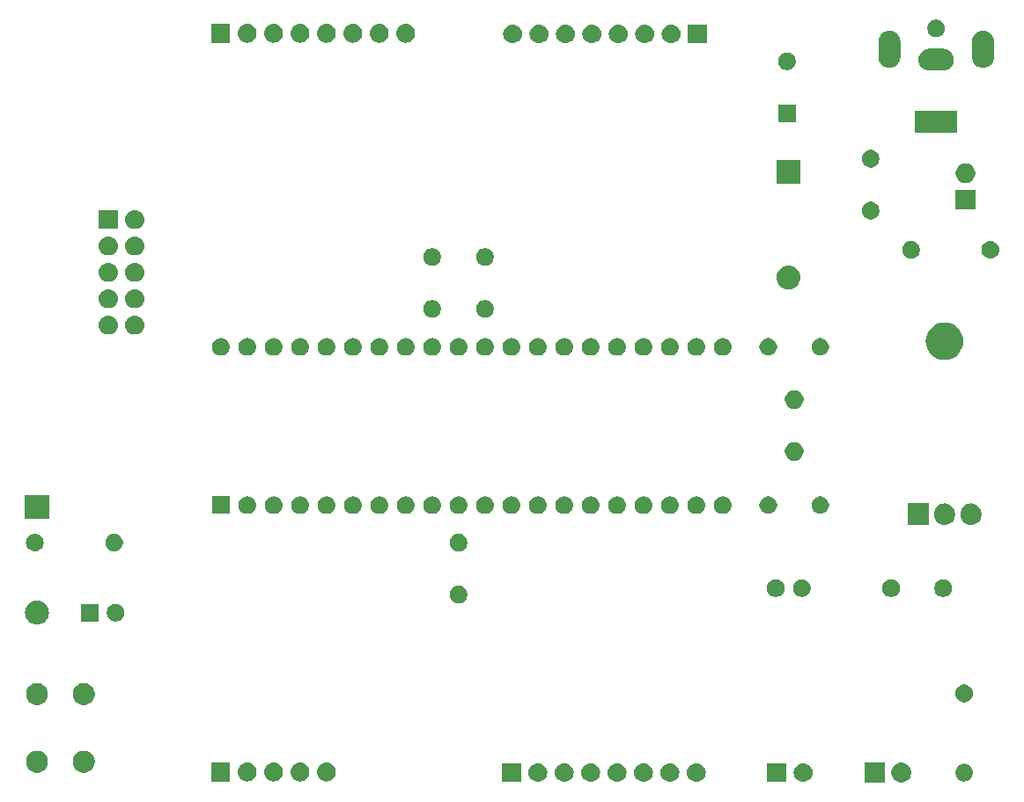
<source format=gbr>
G04 #@! TF.GenerationSoftware,KiCad,Pcbnew,5.1.4-3.fc30*
G04 #@! TF.CreationDate,2019-09-19T02:18:24+02:00*
G04 #@! TF.ProjectId,avr_dev_board_atmega16,6176725f-6465-4765-9f62-6f6172645f61,1_0*
G04 #@! TF.SameCoordinates,Original*
G04 #@! TF.FileFunction,Soldermask,Bot*
G04 #@! TF.FilePolarity,Negative*
%FSLAX46Y46*%
G04 Gerber Fmt 4.6, Leading zero omitted, Abs format (unit mm)*
G04 Created by KiCad (PCBNEW 5.1.4-3.fc30) date 2019-09-19 02:18:24*
%MOMM*%
%LPD*%
G04 APERTURE LIST*
%ADD10C,0.100000*%
G04 APERTURE END LIST*
D10*
G36*
X129185395Y-121160546D02*
G01*
X129358466Y-121232234D01*
X129418311Y-121272221D01*
X129514227Y-121336310D01*
X129646690Y-121468773D01*
X129682261Y-121522009D01*
X129750766Y-121624534D01*
X129822454Y-121797605D01*
X129859000Y-121981333D01*
X129859000Y-122168667D01*
X129822454Y-122352395D01*
X129750766Y-122525466D01*
X129750765Y-122525467D01*
X129646690Y-122681227D01*
X129514227Y-122813690D01*
X129493141Y-122827779D01*
X129358466Y-122917766D01*
X129185395Y-122989454D01*
X129001667Y-123026000D01*
X128814333Y-123026000D01*
X128630605Y-122989454D01*
X128457534Y-122917766D01*
X128322859Y-122827779D01*
X128301773Y-122813690D01*
X128169310Y-122681227D01*
X128065235Y-122525467D01*
X128065234Y-122525466D01*
X127993546Y-122352395D01*
X127957000Y-122168667D01*
X127957000Y-121981333D01*
X127993546Y-121797605D01*
X128065234Y-121624534D01*
X128133739Y-121522009D01*
X128169310Y-121468773D01*
X128301773Y-121336310D01*
X128397689Y-121272221D01*
X128457534Y-121232234D01*
X128630605Y-121160546D01*
X128814333Y-121124000D01*
X129001667Y-121124000D01*
X129185395Y-121160546D01*
X129185395Y-121160546D01*
G37*
G36*
X127319000Y-123026000D02*
G01*
X125417000Y-123026000D01*
X125417000Y-121124000D01*
X127319000Y-121124000D01*
X127319000Y-123026000D01*
X127319000Y-123026000D01*
G37*
G36*
X117830000Y-122976000D02*
G01*
X116028000Y-122976000D01*
X116028000Y-121174000D01*
X117830000Y-121174000D01*
X117830000Y-122976000D01*
X117830000Y-122976000D01*
G37*
G36*
X119579442Y-121180518D02*
G01*
X119645627Y-121187037D01*
X119815466Y-121238557D01*
X119971991Y-121322222D01*
X119988248Y-121335564D01*
X120109186Y-121434814D01*
X120192448Y-121536271D01*
X120221778Y-121572009D01*
X120305443Y-121728534D01*
X120356963Y-121898373D01*
X120374359Y-122075000D01*
X120356963Y-122251627D01*
X120305443Y-122421466D01*
X120221778Y-122577991D01*
X120192448Y-122613729D01*
X120109186Y-122715186D01*
X120007729Y-122798448D01*
X119971991Y-122827778D01*
X119815466Y-122911443D01*
X119645627Y-122962963D01*
X119579442Y-122969482D01*
X119513260Y-122976000D01*
X119424740Y-122976000D01*
X119358558Y-122969482D01*
X119292373Y-122962963D01*
X119122534Y-122911443D01*
X118966009Y-122827778D01*
X118930271Y-122798448D01*
X118828814Y-122715186D01*
X118745552Y-122613729D01*
X118716222Y-122577991D01*
X118632557Y-122421466D01*
X118581037Y-122251627D01*
X118563641Y-122075000D01*
X118581037Y-121898373D01*
X118632557Y-121728534D01*
X118716222Y-121572009D01*
X118745552Y-121536271D01*
X118828814Y-121434814D01*
X118949752Y-121335564D01*
X118966009Y-121322222D01*
X119122534Y-121238557D01*
X119292373Y-121187037D01*
X119358558Y-121180518D01*
X119424740Y-121174000D01*
X119513260Y-121174000D01*
X119579442Y-121180518D01*
X119579442Y-121180518D01*
G37*
G36*
X106779342Y-121180518D02*
G01*
X106845527Y-121187037D01*
X107015366Y-121238557D01*
X107171891Y-121322222D01*
X107188148Y-121335564D01*
X107309086Y-121434814D01*
X107392348Y-121536271D01*
X107421678Y-121572009D01*
X107505343Y-121728534D01*
X107556863Y-121898373D01*
X107574259Y-122075000D01*
X107556863Y-122251627D01*
X107505343Y-122421466D01*
X107421678Y-122577991D01*
X107392348Y-122613729D01*
X107309086Y-122715186D01*
X107207629Y-122798448D01*
X107171891Y-122827778D01*
X107015366Y-122911443D01*
X106845527Y-122962963D01*
X106779342Y-122969482D01*
X106713160Y-122976000D01*
X106624640Y-122976000D01*
X106558458Y-122969482D01*
X106492273Y-122962963D01*
X106322434Y-122911443D01*
X106165909Y-122827778D01*
X106130171Y-122798448D01*
X106028714Y-122715186D01*
X105945452Y-122613729D01*
X105916122Y-122577991D01*
X105832457Y-122421466D01*
X105780937Y-122251627D01*
X105763541Y-122075000D01*
X105780937Y-121898373D01*
X105832457Y-121728534D01*
X105916122Y-121572009D01*
X105945452Y-121536271D01*
X106028714Y-121434814D01*
X106149652Y-121335564D01*
X106165909Y-121322222D01*
X106322434Y-121238557D01*
X106492273Y-121187037D01*
X106558458Y-121180518D01*
X106624640Y-121174000D01*
X106713160Y-121174000D01*
X106779342Y-121180518D01*
X106779342Y-121180518D01*
G37*
G36*
X104239342Y-121180518D02*
G01*
X104305527Y-121187037D01*
X104475366Y-121238557D01*
X104631891Y-121322222D01*
X104648148Y-121335564D01*
X104769086Y-121434814D01*
X104852348Y-121536271D01*
X104881678Y-121572009D01*
X104965343Y-121728534D01*
X105016863Y-121898373D01*
X105034259Y-122075000D01*
X105016863Y-122251627D01*
X104965343Y-122421466D01*
X104881678Y-122577991D01*
X104852348Y-122613729D01*
X104769086Y-122715186D01*
X104667629Y-122798448D01*
X104631891Y-122827778D01*
X104475366Y-122911443D01*
X104305527Y-122962963D01*
X104239342Y-122969482D01*
X104173160Y-122976000D01*
X104084640Y-122976000D01*
X104018458Y-122969482D01*
X103952273Y-122962963D01*
X103782434Y-122911443D01*
X103625909Y-122827778D01*
X103590171Y-122798448D01*
X103488714Y-122715186D01*
X103405452Y-122613729D01*
X103376122Y-122577991D01*
X103292457Y-122421466D01*
X103240937Y-122251627D01*
X103223541Y-122075000D01*
X103240937Y-121898373D01*
X103292457Y-121728534D01*
X103376122Y-121572009D01*
X103405452Y-121536271D01*
X103488714Y-121434814D01*
X103609652Y-121335564D01*
X103625909Y-121322222D01*
X103782434Y-121238557D01*
X103952273Y-121187037D01*
X104018458Y-121180518D01*
X104084640Y-121174000D01*
X104173160Y-121174000D01*
X104239342Y-121180518D01*
X104239342Y-121180518D01*
G37*
G36*
X101699342Y-121180518D02*
G01*
X101765527Y-121187037D01*
X101935366Y-121238557D01*
X102091891Y-121322222D01*
X102108148Y-121335564D01*
X102229086Y-121434814D01*
X102312348Y-121536271D01*
X102341678Y-121572009D01*
X102425343Y-121728534D01*
X102476863Y-121898373D01*
X102494259Y-122075000D01*
X102476863Y-122251627D01*
X102425343Y-122421466D01*
X102341678Y-122577991D01*
X102312348Y-122613729D01*
X102229086Y-122715186D01*
X102127629Y-122798448D01*
X102091891Y-122827778D01*
X101935366Y-122911443D01*
X101765527Y-122962963D01*
X101699342Y-122969482D01*
X101633160Y-122976000D01*
X101544640Y-122976000D01*
X101478458Y-122969482D01*
X101412273Y-122962963D01*
X101242434Y-122911443D01*
X101085909Y-122827778D01*
X101050171Y-122798448D01*
X100948714Y-122715186D01*
X100865452Y-122613729D01*
X100836122Y-122577991D01*
X100752457Y-122421466D01*
X100700937Y-122251627D01*
X100683541Y-122075000D01*
X100700937Y-121898373D01*
X100752457Y-121728534D01*
X100836122Y-121572009D01*
X100865452Y-121536271D01*
X100948714Y-121434814D01*
X101069652Y-121335564D01*
X101085909Y-121322222D01*
X101242434Y-121238557D01*
X101412273Y-121187037D01*
X101478458Y-121180518D01*
X101544640Y-121174000D01*
X101633160Y-121174000D01*
X101699342Y-121180518D01*
X101699342Y-121180518D01*
G37*
G36*
X99159342Y-121180518D02*
G01*
X99225527Y-121187037D01*
X99395366Y-121238557D01*
X99551891Y-121322222D01*
X99568148Y-121335564D01*
X99689086Y-121434814D01*
X99772348Y-121536271D01*
X99801678Y-121572009D01*
X99885343Y-121728534D01*
X99936863Y-121898373D01*
X99954259Y-122075000D01*
X99936863Y-122251627D01*
X99885343Y-122421466D01*
X99801678Y-122577991D01*
X99772348Y-122613729D01*
X99689086Y-122715186D01*
X99587629Y-122798448D01*
X99551891Y-122827778D01*
X99395366Y-122911443D01*
X99225527Y-122962963D01*
X99159342Y-122969482D01*
X99093160Y-122976000D01*
X99004640Y-122976000D01*
X98938458Y-122969482D01*
X98872273Y-122962963D01*
X98702434Y-122911443D01*
X98545909Y-122827778D01*
X98510171Y-122798448D01*
X98408714Y-122715186D01*
X98325452Y-122613729D01*
X98296122Y-122577991D01*
X98212457Y-122421466D01*
X98160937Y-122251627D01*
X98143541Y-122075000D01*
X98160937Y-121898373D01*
X98212457Y-121728534D01*
X98296122Y-121572009D01*
X98325452Y-121536271D01*
X98408714Y-121434814D01*
X98529652Y-121335564D01*
X98545909Y-121322222D01*
X98702434Y-121238557D01*
X98872273Y-121187037D01*
X98938458Y-121180518D01*
X99004640Y-121174000D01*
X99093160Y-121174000D01*
X99159342Y-121180518D01*
X99159342Y-121180518D01*
G37*
G36*
X96619342Y-121180518D02*
G01*
X96685527Y-121187037D01*
X96855366Y-121238557D01*
X97011891Y-121322222D01*
X97028148Y-121335564D01*
X97149086Y-121434814D01*
X97232348Y-121536271D01*
X97261678Y-121572009D01*
X97345343Y-121728534D01*
X97396863Y-121898373D01*
X97414259Y-122075000D01*
X97396863Y-122251627D01*
X97345343Y-122421466D01*
X97261678Y-122577991D01*
X97232348Y-122613729D01*
X97149086Y-122715186D01*
X97047629Y-122798448D01*
X97011891Y-122827778D01*
X96855366Y-122911443D01*
X96685527Y-122962963D01*
X96619342Y-122969482D01*
X96553160Y-122976000D01*
X96464640Y-122976000D01*
X96398458Y-122969482D01*
X96332273Y-122962963D01*
X96162434Y-122911443D01*
X96005909Y-122827778D01*
X95970171Y-122798448D01*
X95868714Y-122715186D01*
X95785452Y-122613729D01*
X95756122Y-122577991D01*
X95672457Y-122421466D01*
X95620937Y-122251627D01*
X95603541Y-122075000D01*
X95620937Y-121898373D01*
X95672457Y-121728534D01*
X95756122Y-121572009D01*
X95785452Y-121536271D01*
X95868714Y-121434814D01*
X95989652Y-121335564D01*
X96005909Y-121322222D01*
X96162434Y-121238557D01*
X96332273Y-121187037D01*
X96398458Y-121180518D01*
X96464640Y-121174000D01*
X96553160Y-121174000D01*
X96619342Y-121180518D01*
X96619342Y-121180518D01*
G37*
G36*
X109319342Y-121180518D02*
G01*
X109385527Y-121187037D01*
X109555366Y-121238557D01*
X109711891Y-121322222D01*
X109728148Y-121335564D01*
X109849086Y-121434814D01*
X109932348Y-121536271D01*
X109961678Y-121572009D01*
X110045343Y-121728534D01*
X110096863Y-121898373D01*
X110114259Y-122075000D01*
X110096863Y-122251627D01*
X110045343Y-122421466D01*
X109961678Y-122577991D01*
X109932348Y-122613729D01*
X109849086Y-122715186D01*
X109747629Y-122798448D01*
X109711891Y-122827778D01*
X109555366Y-122911443D01*
X109385527Y-122962963D01*
X109319342Y-122969482D01*
X109253160Y-122976000D01*
X109164640Y-122976000D01*
X109098458Y-122969482D01*
X109032273Y-122962963D01*
X108862434Y-122911443D01*
X108705909Y-122827778D01*
X108670171Y-122798448D01*
X108568714Y-122715186D01*
X108485452Y-122613729D01*
X108456122Y-122577991D01*
X108372457Y-122421466D01*
X108320937Y-122251627D01*
X108303541Y-122075000D01*
X108320937Y-121898373D01*
X108372457Y-121728534D01*
X108456122Y-121572009D01*
X108485452Y-121536271D01*
X108568714Y-121434814D01*
X108689652Y-121335564D01*
X108705909Y-121322222D01*
X108862434Y-121238557D01*
X109032273Y-121187037D01*
X109098458Y-121180518D01*
X109164640Y-121174000D01*
X109253160Y-121174000D01*
X109319342Y-121180518D01*
X109319342Y-121180518D01*
G37*
G36*
X94079342Y-121180518D02*
G01*
X94145527Y-121187037D01*
X94315366Y-121238557D01*
X94471891Y-121322222D01*
X94488148Y-121335564D01*
X94609086Y-121434814D01*
X94692348Y-121536271D01*
X94721678Y-121572009D01*
X94805343Y-121728534D01*
X94856863Y-121898373D01*
X94874259Y-122075000D01*
X94856863Y-122251627D01*
X94805343Y-122421466D01*
X94721678Y-122577991D01*
X94692348Y-122613729D01*
X94609086Y-122715186D01*
X94507629Y-122798448D01*
X94471891Y-122827778D01*
X94315366Y-122911443D01*
X94145527Y-122962963D01*
X94079342Y-122969482D01*
X94013160Y-122976000D01*
X93924640Y-122976000D01*
X93858458Y-122969482D01*
X93792273Y-122962963D01*
X93622434Y-122911443D01*
X93465909Y-122827778D01*
X93430171Y-122798448D01*
X93328714Y-122715186D01*
X93245452Y-122613729D01*
X93216122Y-122577991D01*
X93132457Y-122421466D01*
X93080937Y-122251627D01*
X93063541Y-122075000D01*
X93080937Y-121898373D01*
X93132457Y-121728534D01*
X93216122Y-121572009D01*
X93245452Y-121536271D01*
X93328714Y-121434814D01*
X93449652Y-121335564D01*
X93465909Y-121322222D01*
X93622434Y-121238557D01*
X93792273Y-121187037D01*
X93858458Y-121180518D01*
X93924640Y-121174000D01*
X94013160Y-121174000D01*
X94079342Y-121180518D01*
X94079342Y-121180518D01*
G37*
G36*
X92329900Y-122976000D02*
G01*
X90527900Y-122976000D01*
X90527900Y-121174000D01*
X92329900Y-121174000D01*
X92329900Y-122976000D01*
X92329900Y-122976000D01*
G37*
G36*
X73745043Y-121130519D02*
G01*
X73811227Y-121137037D01*
X73981066Y-121188557D01*
X74137591Y-121272222D01*
X74173329Y-121301552D01*
X74274786Y-121384814D01*
X74343688Y-121468773D01*
X74387378Y-121522009D01*
X74471043Y-121678534D01*
X74522563Y-121848373D01*
X74539959Y-122025000D01*
X74522563Y-122201627D01*
X74471043Y-122371466D01*
X74387378Y-122527991D01*
X74358048Y-122563729D01*
X74274786Y-122665186D01*
X74173329Y-122748448D01*
X74137591Y-122777778D01*
X73981066Y-122861443D01*
X73811227Y-122912963D01*
X73745043Y-122919481D01*
X73678860Y-122926000D01*
X73590340Y-122926000D01*
X73524157Y-122919481D01*
X73457973Y-122912963D01*
X73288134Y-122861443D01*
X73131609Y-122777778D01*
X73095871Y-122748448D01*
X72994414Y-122665186D01*
X72911152Y-122563729D01*
X72881822Y-122527991D01*
X72798157Y-122371466D01*
X72746637Y-122201627D01*
X72729241Y-122025000D01*
X72746637Y-121848373D01*
X72798157Y-121678534D01*
X72881822Y-121522009D01*
X72925512Y-121468773D01*
X72994414Y-121384814D01*
X73095871Y-121301552D01*
X73131609Y-121272222D01*
X73288134Y-121188557D01*
X73457973Y-121137037D01*
X73524157Y-121130519D01*
X73590340Y-121124000D01*
X73678860Y-121124000D01*
X73745043Y-121130519D01*
X73745043Y-121130519D01*
G37*
G36*
X66125043Y-121130519D02*
G01*
X66191227Y-121137037D01*
X66361066Y-121188557D01*
X66517591Y-121272222D01*
X66553329Y-121301552D01*
X66654786Y-121384814D01*
X66723688Y-121468773D01*
X66767378Y-121522009D01*
X66851043Y-121678534D01*
X66902563Y-121848373D01*
X66919959Y-122025000D01*
X66902563Y-122201627D01*
X66851043Y-122371466D01*
X66767378Y-122527991D01*
X66738048Y-122563729D01*
X66654786Y-122665186D01*
X66553329Y-122748448D01*
X66517591Y-122777778D01*
X66361066Y-122861443D01*
X66191227Y-122912963D01*
X66125043Y-122919481D01*
X66058860Y-122926000D01*
X65970340Y-122926000D01*
X65904157Y-122919481D01*
X65837973Y-122912963D01*
X65668134Y-122861443D01*
X65511609Y-122777778D01*
X65475871Y-122748448D01*
X65374414Y-122665186D01*
X65291152Y-122563729D01*
X65261822Y-122527991D01*
X65178157Y-122371466D01*
X65126637Y-122201627D01*
X65109241Y-122025000D01*
X65126637Y-121848373D01*
X65178157Y-121678534D01*
X65261822Y-121522009D01*
X65305512Y-121468773D01*
X65374414Y-121384814D01*
X65475871Y-121301552D01*
X65511609Y-121272222D01*
X65668134Y-121188557D01*
X65837973Y-121137037D01*
X65904157Y-121130519D01*
X65970340Y-121124000D01*
X66058860Y-121124000D01*
X66125043Y-121130519D01*
X66125043Y-121130519D01*
G37*
G36*
X68665043Y-121130519D02*
G01*
X68731227Y-121137037D01*
X68901066Y-121188557D01*
X69057591Y-121272222D01*
X69093329Y-121301552D01*
X69194786Y-121384814D01*
X69263688Y-121468773D01*
X69307378Y-121522009D01*
X69391043Y-121678534D01*
X69442563Y-121848373D01*
X69459959Y-122025000D01*
X69442563Y-122201627D01*
X69391043Y-122371466D01*
X69307378Y-122527991D01*
X69278048Y-122563729D01*
X69194786Y-122665186D01*
X69093329Y-122748448D01*
X69057591Y-122777778D01*
X68901066Y-122861443D01*
X68731227Y-122912963D01*
X68665043Y-122919481D01*
X68598860Y-122926000D01*
X68510340Y-122926000D01*
X68444157Y-122919481D01*
X68377973Y-122912963D01*
X68208134Y-122861443D01*
X68051609Y-122777778D01*
X68015871Y-122748448D01*
X67914414Y-122665186D01*
X67831152Y-122563729D01*
X67801822Y-122527991D01*
X67718157Y-122371466D01*
X67666637Y-122201627D01*
X67649241Y-122025000D01*
X67666637Y-121848373D01*
X67718157Y-121678534D01*
X67801822Y-121522009D01*
X67845512Y-121468773D01*
X67914414Y-121384814D01*
X68015871Y-121301552D01*
X68051609Y-121272222D01*
X68208134Y-121188557D01*
X68377973Y-121137037D01*
X68444157Y-121130519D01*
X68510340Y-121124000D01*
X68598860Y-121124000D01*
X68665043Y-121130519D01*
X68665043Y-121130519D01*
G37*
G36*
X71205043Y-121130519D02*
G01*
X71271227Y-121137037D01*
X71441066Y-121188557D01*
X71597591Y-121272222D01*
X71633329Y-121301552D01*
X71734786Y-121384814D01*
X71803688Y-121468773D01*
X71847378Y-121522009D01*
X71931043Y-121678534D01*
X71982563Y-121848373D01*
X71999959Y-122025000D01*
X71982563Y-122201627D01*
X71931043Y-122371466D01*
X71847378Y-122527991D01*
X71818048Y-122563729D01*
X71734786Y-122665186D01*
X71633329Y-122748448D01*
X71597591Y-122777778D01*
X71441066Y-122861443D01*
X71271227Y-122912963D01*
X71205043Y-122919481D01*
X71138860Y-122926000D01*
X71050340Y-122926000D01*
X70984157Y-122919481D01*
X70917973Y-122912963D01*
X70748134Y-122861443D01*
X70591609Y-122777778D01*
X70555871Y-122748448D01*
X70454414Y-122665186D01*
X70371152Y-122563729D01*
X70341822Y-122527991D01*
X70258157Y-122371466D01*
X70206637Y-122201627D01*
X70189241Y-122025000D01*
X70206637Y-121848373D01*
X70258157Y-121678534D01*
X70341822Y-121522009D01*
X70385512Y-121468773D01*
X70454414Y-121384814D01*
X70555871Y-121301552D01*
X70591609Y-121272222D01*
X70748134Y-121188557D01*
X70917973Y-121137037D01*
X70984157Y-121130519D01*
X71050340Y-121124000D01*
X71138860Y-121124000D01*
X71205043Y-121130519D01*
X71205043Y-121130519D01*
G37*
G36*
X135114823Y-121236313D02*
G01*
X135275242Y-121284976D01*
X135344922Y-121322221D01*
X135423078Y-121363996D01*
X135552659Y-121470341D01*
X135659004Y-121599922D01*
X135659005Y-121599924D01*
X135738024Y-121747758D01*
X135786687Y-121908177D01*
X135803117Y-122075000D01*
X135786687Y-122241823D01*
X135738024Y-122402242D01*
X135727747Y-122421468D01*
X135659004Y-122550078D01*
X135552659Y-122679659D01*
X135423078Y-122786004D01*
X135423076Y-122786005D01*
X135275242Y-122865024D01*
X135114823Y-122913687D01*
X134989804Y-122926000D01*
X134906196Y-122926000D01*
X134781177Y-122913687D01*
X134620758Y-122865024D01*
X134472924Y-122786005D01*
X134472922Y-122786004D01*
X134343341Y-122679659D01*
X134236996Y-122550078D01*
X134168253Y-122421468D01*
X134157976Y-122402242D01*
X134109313Y-122241823D01*
X134092883Y-122075000D01*
X134109313Y-121908177D01*
X134157976Y-121747758D01*
X134236995Y-121599924D01*
X134236996Y-121599922D01*
X134343341Y-121470341D01*
X134472922Y-121363996D01*
X134551078Y-121322221D01*
X134620758Y-121284976D01*
X134781177Y-121236313D01*
X134906196Y-121224000D01*
X134989804Y-121224000D01*
X135114823Y-121236313D01*
X135114823Y-121236313D01*
G37*
G36*
X64375600Y-122926000D02*
G01*
X62573600Y-122926000D01*
X62573600Y-121124000D01*
X64375600Y-121124000D01*
X64375600Y-122926000D01*
X64375600Y-122926000D01*
G37*
G36*
X46102764Y-120018389D02*
G01*
X46294033Y-120097615D01*
X46294035Y-120097616D01*
X46466173Y-120212635D01*
X46612565Y-120359027D01*
X46727585Y-120531167D01*
X46806811Y-120722436D01*
X46847200Y-120925484D01*
X46847200Y-121132516D01*
X46806811Y-121335564D01*
X46729583Y-121522009D01*
X46727584Y-121526835D01*
X46612565Y-121698973D01*
X46466173Y-121845365D01*
X46294035Y-121960384D01*
X46294034Y-121960385D01*
X46294033Y-121960385D01*
X46102764Y-122039611D01*
X45899716Y-122080000D01*
X45692684Y-122080000D01*
X45489636Y-122039611D01*
X45298367Y-121960385D01*
X45298366Y-121960385D01*
X45298365Y-121960384D01*
X45126227Y-121845365D01*
X44979835Y-121698973D01*
X44864816Y-121526835D01*
X44862817Y-121522009D01*
X44785589Y-121335564D01*
X44745200Y-121132516D01*
X44745200Y-120925484D01*
X44785589Y-120722436D01*
X44864815Y-120531167D01*
X44979835Y-120359027D01*
X45126227Y-120212635D01*
X45298365Y-120097616D01*
X45298367Y-120097615D01*
X45489636Y-120018389D01*
X45692684Y-119978000D01*
X45899716Y-119978000D01*
X46102764Y-120018389D01*
X46102764Y-120018389D01*
G37*
G36*
X50602764Y-120018389D02*
G01*
X50794033Y-120097615D01*
X50794035Y-120097616D01*
X50966173Y-120212635D01*
X51112565Y-120359027D01*
X51227585Y-120531167D01*
X51306811Y-120722436D01*
X51347200Y-120925484D01*
X51347200Y-121132516D01*
X51306811Y-121335564D01*
X51229583Y-121522009D01*
X51227584Y-121526835D01*
X51112565Y-121698973D01*
X50966173Y-121845365D01*
X50794035Y-121960384D01*
X50794034Y-121960385D01*
X50794033Y-121960385D01*
X50602764Y-122039611D01*
X50399716Y-122080000D01*
X50192684Y-122080000D01*
X49989636Y-122039611D01*
X49798367Y-121960385D01*
X49798366Y-121960385D01*
X49798365Y-121960384D01*
X49626227Y-121845365D01*
X49479835Y-121698973D01*
X49364816Y-121526835D01*
X49362817Y-121522009D01*
X49285589Y-121335564D01*
X49245200Y-121132516D01*
X49245200Y-120925484D01*
X49285589Y-120722436D01*
X49364815Y-120531167D01*
X49479835Y-120359027D01*
X49626227Y-120212635D01*
X49798365Y-120097616D01*
X49798367Y-120097615D01*
X49989636Y-120018389D01*
X50192684Y-119978000D01*
X50399716Y-119978000D01*
X50602764Y-120018389D01*
X50602764Y-120018389D01*
G37*
G36*
X46102764Y-113518389D02*
G01*
X46294033Y-113597615D01*
X46294035Y-113597616D01*
X46448540Y-113700853D01*
X46466173Y-113712635D01*
X46612565Y-113859027D01*
X46727585Y-114031167D01*
X46806811Y-114222436D01*
X46847200Y-114425484D01*
X46847200Y-114632516D01*
X46806811Y-114835564D01*
X46797476Y-114858100D01*
X46727584Y-115026835D01*
X46612565Y-115198973D01*
X46466173Y-115345365D01*
X46294035Y-115460384D01*
X46294034Y-115460385D01*
X46294033Y-115460385D01*
X46102764Y-115539611D01*
X45899716Y-115580000D01*
X45692684Y-115580000D01*
X45489636Y-115539611D01*
X45298367Y-115460385D01*
X45298366Y-115460385D01*
X45298365Y-115460384D01*
X45126227Y-115345365D01*
X44979835Y-115198973D01*
X44864816Y-115026835D01*
X44794924Y-114858100D01*
X44785589Y-114835564D01*
X44745200Y-114632516D01*
X44745200Y-114425484D01*
X44785589Y-114222436D01*
X44864815Y-114031167D01*
X44979835Y-113859027D01*
X45126227Y-113712635D01*
X45143860Y-113700853D01*
X45298365Y-113597616D01*
X45298367Y-113597615D01*
X45489636Y-113518389D01*
X45692684Y-113478000D01*
X45899716Y-113478000D01*
X46102764Y-113518389D01*
X46102764Y-113518389D01*
G37*
G36*
X50602764Y-113518389D02*
G01*
X50794033Y-113597615D01*
X50794035Y-113597616D01*
X50948540Y-113700853D01*
X50966173Y-113712635D01*
X51112565Y-113859027D01*
X51227585Y-114031167D01*
X51306811Y-114222436D01*
X51347200Y-114425484D01*
X51347200Y-114632516D01*
X51306811Y-114835564D01*
X51297476Y-114858100D01*
X51227584Y-115026835D01*
X51112565Y-115198973D01*
X50966173Y-115345365D01*
X50794035Y-115460384D01*
X50794034Y-115460385D01*
X50794033Y-115460385D01*
X50602764Y-115539611D01*
X50399716Y-115580000D01*
X50192684Y-115580000D01*
X49989636Y-115539611D01*
X49798367Y-115460385D01*
X49798366Y-115460385D01*
X49798365Y-115460384D01*
X49626227Y-115345365D01*
X49479835Y-115198973D01*
X49364816Y-115026835D01*
X49294924Y-114858100D01*
X49285589Y-114835564D01*
X49245200Y-114632516D01*
X49245200Y-114425484D01*
X49285589Y-114222436D01*
X49364815Y-114031167D01*
X49479835Y-113859027D01*
X49626227Y-113712635D01*
X49643860Y-113700853D01*
X49798365Y-113597616D01*
X49798367Y-113597615D01*
X49989636Y-113518389D01*
X50192684Y-113478000D01*
X50399716Y-113478000D01*
X50602764Y-113518389D01*
X50602764Y-113518389D01*
G37*
G36*
X135196228Y-113636703D02*
G01*
X135351100Y-113700853D01*
X135490481Y-113793985D01*
X135609015Y-113912519D01*
X135702147Y-114051900D01*
X135766297Y-114206772D01*
X135799000Y-114371184D01*
X135799000Y-114538816D01*
X135766297Y-114703228D01*
X135702147Y-114858100D01*
X135609015Y-114997481D01*
X135490481Y-115116015D01*
X135351100Y-115209147D01*
X135196228Y-115273297D01*
X135031816Y-115306000D01*
X134864184Y-115306000D01*
X134699772Y-115273297D01*
X134544900Y-115209147D01*
X134405519Y-115116015D01*
X134286985Y-114997481D01*
X134193853Y-114858100D01*
X134129703Y-114703228D01*
X134097000Y-114538816D01*
X134097000Y-114371184D01*
X134129703Y-114206772D01*
X134193853Y-114051900D01*
X134286985Y-113912519D01*
X134405519Y-113793985D01*
X134544900Y-113700853D01*
X134699772Y-113636703D01*
X134864184Y-113604000D01*
X135031816Y-113604000D01*
X135196228Y-113636703D01*
X135196228Y-113636703D01*
G37*
G36*
X45965471Y-105540103D02*
G01*
X46021835Y-105545654D01*
X46238800Y-105611470D01*
X46238802Y-105611471D01*
X46438755Y-105718347D01*
X46614018Y-105862182D01*
X46757853Y-106037445D01*
X46864729Y-106237398D01*
X46930546Y-106454366D01*
X46952769Y-106680000D01*
X46930546Y-106905634D01*
X46864729Y-107122602D01*
X46757853Y-107322555D01*
X46614018Y-107497818D01*
X46438755Y-107641653D01*
X46238802Y-107748529D01*
X46238800Y-107748530D01*
X46021835Y-107814346D01*
X45965471Y-107819897D01*
X45852745Y-107831000D01*
X45739655Y-107831000D01*
X45626929Y-107819897D01*
X45570565Y-107814346D01*
X45353600Y-107748530D01*
X45353598Y-107748529D01*
X45153645Y-107641653D01*
X44978382Y-107497818D01*
X44834547Y-107322555D01*
X44727671Y-107122602D01*
X44661854Y-106905634D01*
X44639631Y-106680000D01*
X44661854Y-106454366D01*
X44727671Y-106237398D01*
X44834547Y-106037445D01*
X44978382Y-105862182D01*
X45153645Y-105718347D01*
X45353598Y-105611471D01*
X45353600Y-105611470D01*
X45570565Y-105545654D01*
X45626929Y-105540103D01*
X45739655Y-105529000D01*
X45852745Y-105529000D01*
X45965471Y-105540103D01*
X45965471Y-105540103D01*
G37*
G36*
X51701800Y-107531000D02*
G01*
X49999800Y-107531000D01*
X49999800Y-105829000D01*
X51701800Y-105829000D01*
X51701800Y-107531000D01*
X51701800Y-107531000D01*
G37*
G36*
X53599028Y-105861703D02*
G01*
X53753900Y-105925853D01*
X53893281Y-106018985D01*
X54011815Y-106137519D01*
X54104947Y-106276900D01*
X54169097Y-106431772D01*
X54201800Y-106596184D01*
X54201800Y-106763816D01*
X54169097Y-106928228D01*
X54104947Y-107083100D01*
X54011815Y-107222481D01*
X53893281Y-107341015D01*
X53753900Y-107434147D01*
X53599028Y-107498297D01*
X53434616Y-107531000D01*
X53266984Y-107531000D01*
X53102572Y-107498297D01*
X52947700Y-107434147D01*
X52808319Y-107341015D01*
X52689785Y-107222481D01*
X52596653Y-107083100D01*
X52532503Y-106928228D01*
X52499800Y-106763816D01*
X52499800Y-106596184D01*
X52532503Y-106431772D01*
X52596653Y-106276900D01*
X52689785Y-106137519D01*
X52808319Y-106018985D01*
X52947700Y-105925853D01*
X53102572Y-105861703D01*
X53266984Y-105829000D01*
X53434616Y-105829000D01*
X53599028Y-105861703D01*
X53599028Y-105861703D01*
G37*
G36*
X86582828Y-104118503D02*
G01*
X86737700Y-104182653D01*
X86877081Y-104275785D01*
X86995615Y-104394319D01*
X87088747Y-104533700D01*
X87152897Y-104688572D01*
X87185600Y-104852984D01*
X87185600Y-105020616D01*
X87152897Y-105185028D01*
X87088747Y-105339900D01*
X86995615Y-105479281D01*
X86877081Y-105597815D01*
X86737700Y-105690947D01*
X86582828Y-105755097D01*
X86418416Y-105787800D01*
X86250784Y-105787800D01*
X86086372Y-105755097D01*
X85931500Y-105690947D01*
X85792119Y-105597815D01*
X85673585Y-105479281D01*
X85580453Y-105339900D01*
X85516303Y-105185028D01*
X85483600Y-105020616D01*
X85483600Y-104852984D01*
X85516303Y-104688572D01*
X85580453Y-104533700D01*
X85673585Y-104394319D01*
X85792119Y-104275785D01*
X85931500Y-104182653D01*
X86086372Y-104118503D01*
X86250784Y-104085800D01*
X86418416Y-104085800D01*
X86582828Y-104118503D01*
X86582828Y-104118503D01*
G37*
G36*
X128187228Y-103506703D02*
G01*
X128342100Y-103570853D01*
X128481481Y-103663985D01*
X128600015Y-103782519D01*
X128693147Y-103921900D01*
X128757297Y-104076772D01*
X128790000Y-104241184D01*
X128790000Y-104408816D01*
X128757297Y-104573228D01*
X128693147Y-104728100D01*
X128600015Y-104867481D01*
X128481481Y-104986015D01*
X128342100Y-105079147D01*
X128187228Y-105143297D01*
X128022816Y-105176000D01*
X127855184Y-105176000D01*
X127690772Y-105143297D01*
X127535900Y-105079147D01*
X127396519Y-104986015D01*
X127277985Y-104867481D01*
X127184853Y-104728100D01*
X127120703Y-104573228D01*
X127088000Y-104408816D01*
X127088000Y-104241184D01*
X127120703Y-104076772D01*
X127184853Y-103921900D01*
X127277985Y-103782519D01*
X127396519Y-103663985D01*
X127535900Y-103570853D01*
X127690772Y-103506703D01*
X127855184Y-103474000D01*
X128022816Y-103474000D01*
X128187228Y-103506703D01*
X128187228Y-103506703D01*
G37*
G36*
X117091228Y-103506703D02*
G01*
X117246100Y-103570853D01*
X117385481Y-103663985D01*
X117504015Y-103782519D01*
X117597147Y-103921900D01*
X117661297Y-104076772D01*
X117694000Y-104241184D01*
X117694000Y-104408816D01*
X117661297Y-104573228D01*
X117597147Y-104728100D01*
X117504015Y-104867481D01*
X117385481Y-104986015D01*
X117246100Y-105079147D01*
X117091228Y-105143297D01*
X116926816Y-105176000D01*
X116759184Y-105176000D01*
X116594772Y-105143297D01*
X116439900Y-105079147D01*
X116300519Y-104986015D01*
X116181985Y-104867481D01*
X116088853Y-104728100D01*
X116024703Y-104573228D01*
X115992000Y-104408816D01*
X115992000Y-104241184D01*
X116024703Y-104076772D01*
X116088853Y-103921900D01*
X116181985Y-103782519D01*
X116300519Y-103663985D01*
X116439900Y-103570853D01*
X116594772Y-103506703D01*
X116759184Y-103474000D01*
X116926816Y-103474000D01*
X117091228Y-103506703D01*
X117091228Y-103506703D01*
G37*
G36*
X133187228Y-103506703D02*
G01*
X133342100Y-103570853D01*
X133481481Y-103663985D01*
X133600015Y-103782519D01*
X133693147Y-103921900D01*
X133757297Y-104076772D01*
X133790000Y-104241184D01*
X133790000Y-104408816D01*
X133757297Y-104573228D01*
X133693147Y-104728100D01*
X133600015Y-104867481D01*
X133481481Y-104986015D01*
X133342100Y-105079147D01*
X133187228Y-105143297D01*
X133022816Y-105176000D01*
X132855184Y-105176000D01*
X132690772Y-105143297D01*
X132535900Y-105079147D01*
X132396519Y-104986015D01*
X132277985Y-104867481D01*
X132184853Y-104728100D01*
X132120703Y-104573228D01*
X132088000Y-104408816D01*
X132088000Y-104241184D01*
X132120703Y-104076772D01*
X132184853Y-103921900D01*
X132277985Y-103782519D01*
X132396519Y-103663985D01*
X132535900Y-103570853D01*
X132690772Y-103506703D01*
X132855184Y-103474000D01*
X133022816Y-103474000D01*
X133187228Y-103506703D01*
X133187228Y-103506703D01*
G37*
G36*
X119591228Y-103506703D02*
G01*
X119746100Y-103570853D01*
X119885481Y-103663985D01*
X120004015Y-103782519D01*
X120097147Y-103921900D01*
X120161297Y-104076772D01*
X120194000Y-104241184D01*
X120194000Y-104408816D01*
X120161297Y-104573228D01*
X120097147Y-104728100D01*
X120004015Y-104867481D01*
X119885481Y-104986015D01*
X119746100Y-105079147D01*
X119591228Y-105143297D01*
X119426816Y-105176000D01*
X119259184Y-105176000D01*
X119094772Y-105143297D01*
X118939900Y-105079147D01*
X118800519Y-104986015D01*
X118681985Y-104867481D01*
X118588853Y-104728100D01*
X118524703Y-104573228D01*
X118492000Y-104408816D01*
X118492000Y-104241184D01*
X118524703Y-104076772D01*
X118588853Y-103921900D01*
X118681985Y-103782519D01*
X118800519Y-103663985D01*
X118939900Y-103570853D01*
X119094772Y-103506703D01*
X119259184Y-103474000D01*
X119426816Y-103474000D01*
X119591228Y-103506703D01*
X119591228Y-103506703D01*
G37*
G36*
X86582828Y-99118503D02*
G01*
X86737700Y-99182653D01*
X86877081Y-99275785D01*
X86995615Y-99394319D01*
X87088747Y-99533700D01*
X87152897Y-99688572D01*
X87185600Y-99852984D01*
X87185600Y-100020616D01*
X87152897Y-100185028D01*
X87088747Y-100339900D01*
X86995615Y-100479281D01*
X86877081Y-100597815D01*
X86737700Y-100690947D01*
X86582828Y-100755097D01*
X86418416Y-100787800D01*
X86250784Y-100787800D01*
X86086372Y-100755097D01*
X85931500Y-100690947D01*
X85792119Y-100597815D01*
X85673585Y-100479281D01*
X85580453Y-100339900D01*
X85516303Y-100185028D01*
X85483600Y-100020616D01*
X85483600Y-99852984D01*
X85516303Y-99688572D01*
X85580453Y-99533700D01*
X85673585Y-99394319D01*
X85792119Y-99275785D01*
X85931500Y-99182653D01*
X86086372Y-99118503D01*
X86250784Y-99085800D01*
X86418416Y-99085800D01*
X86582828Y-99118503D01*
X86582828Y-99118503D01*
G37*
G36*
X53461228Y-99118003D02*
G01*
X53616100Y-99182153D01*
X53755481Y-99275285D01*
X53874015Y-99393819D01*
X53967147Y-99533200D01*
X54031297Y-99688072D01*
X54064000Y-99852484D01*
X54064000Y-100020116D01*
X54031297Y-100184528D01*
X53967147Y-100339400D01*
X53874015Y-100478781D01*
X53755481Y-100597315D01*
X53616100Y-100690447D01*
X53461228Y-100754597D01*
X53296816Y-100787300D01*
X53129184Y-100787300D01*
X52964772Y-100754597D01*
X52809900Y-100690447D01*
X52670519Y-100597315D01*
X52551985Y-100478781D01*
X52458853Y-100339400D01*
X52394703Y-100184528D01*
X52362000Y-100020116D01*
X52362000Y-99852484D01*
X52394703Y-99688072D01*
X52458853Y-99533200D01*
X52551985Y-99393819D01*
X52670519Y-99275285D01*
X52809900Y-99182153D01*
X52964772Y-99118003D01*
X53129184Y-99085300D01*
X53296816Y-99085300D01*
X53461228Y-99118003D01*
X53461228Y-99118003D01*
G37*
G36*
X45759823Y-99097613D02*
G01*
X45920242Y-99146276D01*
X46052906Y-99217186D01*
X46068078Y-99225296D01*
X46197659Y-99331641D01*
X46304004Y-99461222D01*
X46304005Y-99461224D01*
X46383024Y-99609058D01*
X46431687Y-99769477D01*
X46448117Y-99936300D01*
X46431687Y-100103123D01*
X46383024Y-100263542D01*
X46342477Y-100339400D01*
X46304004Y-100411378D01*
X46197659Y-100540959D01*
X46068078Y-100647304D01*
X46068076Y-100647305D01*
X45920242Y-100726324D01*
X45759823Y-100774987D01*
X45634804Y-100787300D01*
X45551196Y-100787300D01*
X45426177Y-100774987D01*
X45265758Y-100726324D01*
X45117924Y-100647305D01*
X45117922Y-100647304D01*
X44988341Y-100540959D01*
X44881996Y-100411378D01*
X44843523Y-100339400D01*
X44802976Y-100263542D01*
X44754313Y-100103123D01*
X44737883Y-99936300D01*
X44754313Y-99769477D01*
X44802976Y-99609058D01*
X44881995Y-99461224D01*
X44881996Y-99461222D01*
X44988341Y-99331641D01*
X45117922Y-99225296D01*
X45133094Y-99217186D01*
X45265758Y-99146276D01*
X45426177Y-99097613D01*
X45551196Y-99085300D01*
X45634804Y-99085300D01*
X45759823Y-99097613D01*
X45759823Y-99097613D01*
G37*
G36*
X133259719Y-96179520D02*
G01*
X133448880Y-96236901D01*
X133448883Y-96236902D01*
X133541333Y-96286318D01*
X133623212Y-96330083D01*
X133776015Y-96455485D01*
X133901417Y-96608288D01*
X133994599Y-96782619D01*
X134051980Y-96971780D01*
X134066500Y-97119206D01*
X134066500Y-97312793D01*
X134051980Y-97460219D01*
X133994599Y-97649380D01*
X133994598Y-97649383D01*
X133983043Y-97671000D01*
X133901417Y-97823712D01*
X133776015Y-97976515D01*
X133623212Y-98101917D01*
X133448881Y-98195099D01*
X133259720Y-98252480D01*
X133063000Y-98271855D01*
X132866281Y-98252480D01*
X132677120Y-98195099D01*
X132502788Y-98101917D01*
X132349985Y-97976515D01*
X132224583Y-97823712D01*
X132131401Y-97649381D01*
X132074020Y-97460220D01*
X132059500Y-97312794D01*
X132059500Y-97119207D01*
X132074020Y-96971781D01*
X132131401Y-96782620D01*
X132131402Y-96782617D01*
X132195960Y-96661839D01*
X132224583Y-96608288D01*
X132349985Y-96455485D01*
X132502788Y-96330083D01*
X132677119Y-96236901D01*
X132866280Y-96179520D01*
X133063000Y-96160145D01*
X133259719Y-96179520D01*
X133259719Y-96179520D01*
G37*
G36*
X135799719Y-96179520D02*
G01*
X135988880Y-96236901D01*
X135988883Y-96236902D01*
X136081333Y-96286318D01*
X136163212Y-96330083D01*
X136316015Y-96455485D01*
X136441417Y-96608288D01*
X136534599Y-96782619D01*
X136591980Y-96971780D01*
X136606500Y-97119206D01*
X136606500Y-97312793D01*
X136591980Y-97460219D01*
X136534599Y-97649380D01*
X136534598Y-97649383D01*
X136523043Y-97671000D01*
X136441417Y-97823712D01*
X136316015Y-97976515D01*
X136163212Y-98101917D01*
X135988881Y-98195099D01*
X135799720Y-98252480D01*
X135603000Y-98271855D01*
X135406281Y-98252480D01*
X135217120Y-98195099D01*
X135042788Y-98101917D01*
X134889985Y-97976515D01*
X134764583Y-97823712D01*
X134671401Y-97649381D01*
X134614020Y-97460220D01*
X134599500Y-97312794D01*
X134599500Y-97119207D01*
X134614020Y-96971781D01*
X134671401Y-96782620D01*
X134671402Y-96782617D01*
X134735960Y-96661839D01*
X134764583Y-96608288D01*
X134889985Y-96455485D01*
X135042788Y-96330083D01*
X135217119Y-96236901D01*
X135406280Y-96179520D01*
X135603000Y-96160145D01*
X135799719Y-96179520D01*
X135799719Y-96179520D01*
G37*
G36*
X131526500Y-98267000D02*
G01*
X129519500Y-98267000D01*
X129519500Y-96165000D01*
X131526500Y-96165000D01*
X131526500Y-98267000D01*
X131526500Y-98267000D01*
G37*
G36*
X46947200Y-97671000D02*
G01*
X44645200Y-97671000D01*
X44645200Y-95369000D01*
X46947200Y-95369000D01*
X46947200Y-97671000D01*
X46947200Y-97671000D01*
G37*
G36*
X96661423Y-95495913D02*
G01*
X96821842Y-95544576D01*
X96888961Y-95580452D01*
X96969678Y-95623596D01*
X97099259Y-95729941D01*
X97205604Y-95859522D01*
X97205605Y-95859524D01*
X97284624Y-96007358D01*
X97333287Y-96167777D01*
X97349717Y-96334600D01*
X97333287Y-96501423D01*
X97284624Y-96661842D01*
X97244077Y-96737700D01*
X97205604Y-96809678D01*
X97099259Y-96939259D01*
X96969678Y-97045604D01*
X96969676Y-97045605D01*
X96821842Y-97124624D01*
X96661423Y-97173287D01*
X96536404Y-97185600D01*
X96452796Y-97185600D01*
X96327777Y-97173287D01*
X96167358Y-97124624D01*
X96019524Y-97045605D01*
X96019522Y-97045604D01*
X95889941Y-96939259D01*
X95783596Y-96809678D01*
X95745123Y-96737700D01*
X95704576Y-96661842D01*
X95655913Y-96501423D01*
X95639483Y-96334600D01*
X95655913Y-96167777D01*
X95704576Y-96007358D01*
X95783595Y-95859524D01*
X95783596Y-95859522D01*
X95889941Y-95729941D01*
X96019522Y-95623596D01*
X96100239Y-95580452D01*
X96167358Y-95544576D01*
X96327777Y-95495913D01*
X96452796Y-95483600D01*
X96536404Y-95483600D01*
X96661423Y-95495913D01*
X96661423Y-95495913D01*
G37*
G36*
X66181423Y-95495913D02*
G01*
X66341842Y-95544576D01*
X66408961Y-95580452D01*
X66489678Y-95623596D01*
X66619259Y-95729941D01*
X66725604Y-95859522D01*
X66725605Y-95859524D01*
X66804624Y-96007358D01*
X66853287Y-96167777D01*
X66869717Y-96334600D01*
X66853287Y-96501423D01*
X66804624Y-96661842D01*
X66764077Y-96737700D01*
X66725604Y-96809678D01*
X66619259Y-96939259D01*
X66489678Y-97045604D01*
X66489676Y-97045605D01*
X66341842Y-97124624D01*
X66181423Y-97173287D01*
X66056404Y-97185600D01*
X65972796Y-97185600D01*
X65847777Y-97173287D01*
X65687358Y-97124624D01*
X65539524Y-97045605D01*
X65539522Y-97045604D01*
X65409941Y-96939259D01*
X65303596Y-96809678D01*
X65265123Y-96737700D01*
X65224576Y-96661842D01*
X65175913Y-96501423D01*
X65159483Y-96334600D01*
X65175913Y-96167777D01*
X65224576Y-96007358D01*
X65303595Y-95859524D01*
X65303596Y-95859522D01*
X65409941Y-95729941D01*
X65539522Y-95623596D01*
X65620239Y-95580452D01*
X65687358Y-95544576D01*
X65847777Y-95495913D01*
X65972796Y-95483600D01*
X66056404Y-95483600D01*
X66181423Y-95495913D01*
X66181423Y-95495913D01*
G37*
G36*
X68721423Y-95495913D02*
G01*
X68881842Y-95544576D01*
X68948961Y-95580452D01*
X69029678Y-95623596D01*
X69159259Y-95729941D01*
X69265604Y-95859522D01*
X69265605Y-95859524D01*
X69344624Y-96007358D01*
X69393287Y-96167777D01*
X69409717Y-96334600D01*
X69393287Y-96501423D01*
X69344624Y-96661842D01*
X69304077Y-96737700D01*
X69265604Y-96809678D01*
X69159259Y-96939259D01*
X69029678Y-97045604D01*
X69029676Y-97045605D01*
X68881842Y-97124624D01*
X68721423Y-97173287D01*
X68596404Y-97185600D01*
X68512796Y-97185600D01*
X68387777Y-97173287D01*
X68227358Y-97124624D01*
X68079524Y-97045605D01*
X68079522Y-97045604D01*
X67949941Y-96939259D01*
X67843596Y-96809678D01*
X67805123Y-96737700D01*
X67764576Y-96661842D01*
X67715913Y-96501423D01*
X67699483Y-96334600D01*
X67715913Y-96167777D01*
X67764576Y-96007358D01*
X67843595Y-95859524D01*
X67843596Y-95859522D01*
X67949941Y-95729941D01*
X68079522Y-95623596D01*
X68160239Y-95580452D01*
X68227358Y-95544576D01*
X68387777Y-95495913D01*
X68512796Y-95483600D01*
X68596404Y-95483600D01*
X68721423Y-95495913D01*
X68721423Y-95495913D01*
G37*
G36*
X71261423Y-95495913D02*
G01*
X71421842Y-95544576D01*
X71488961Y-95580452D01*
X71569678Y-95623596D01*
X71699259Y-95729941D01*
X71805604Y-95859522D01*
X71805605Y-95859524D01*
X71884624Y-96007358D01*
X71933287Y-96167777D01*
X71949717Y-96334600D01*
X71933287Y-96501423D01*
X71884624Y-96661842D01*
X71844077Y-96737700D01*
X71805604Y-96809678D01*
X71699259Y-96939259D01*
X71569678Y-97045604D01*
X71569676Y-97045605D01*
X71421842Y-97124624D01*
X71261423Y-97173287D01*
X71136404Y-97185600D01*
X71052796Y-97185600D01*
X70927777Y-97173287D01*
X70767358Y-97124624D01*
X70619524Y-97045605D01*
X70619522Y-97045604D01*
X70489941Y-96939259D01*
X70383596Y-96809678D01*
X70345123Y-96737700D01*
X70304576Y-96661842D01*
X70255913Y-96501423D01*
X70239483Y-96334600D01*
X70255913Y-96167777D01*
X70304576Y-96007358D01*
X70383595Y-95859524D01*
X70383596Y-95859522D01*
X70489941Y-95729941D01*
X70619522Y-95623596D01*
X70700239Y-95580452D01*
X70767358Y-95544576D01*
X70927777Y-95495913D01*
X71052796Y-95483600D01*
X71136404Y-95483600D01*
X71261423Y-95495913D01*
X71261423Y-95495913D01*
G37*
G36*
X73801423Y-95495913D02*
G01*
X73961842Y-95544576D01*
X74028961Y-95580452D01*
X74109678Y-95623596D01*
X74239259Y-95729941D01*
X74345604Y-95859522D01*
X74345605Y-95859524D01*
X74424624Y-96007358D01*
X74473287Y-96167777D01*
X74489717Y-96334600D01*
X74473287Y-96501423D01*
X74424624Y-96661842D01*
X74384077Y-96737700D01*
X74345604Y-96809678D01*
X74239259Y-96939259D01*
X74109678Y-97045604D01*
X74109676Y-97045605D01*
X73961842Y-97124624D01*
X73801423Y-97173287D01*
X73676404Y-97185600D01*
X73592796Y-97185600D01*
X73467777Y-97173287D01*
X73307358Y-97124624D01*
X73159524Y-97045605D01*
X73159522Y-97045604D01*
X73029941Y-96939259D01*
X72923596Y-96809678D01*
X72885123Y-96737700D01*
X72844576Y-96661842D01*
X72795913Y-96501423D01*
X72779483Y-96334600D01*
X72795913Y-96167777D01*
X72844576Y-96007358D01*
X72923595Y-95859524D01*
X72923596Y-95859522D01*
X73029941Y-95729941D01*
X73159522Y-95623596D01*
X73240239Y-95580452D01*
X73307358Y-95544576D01*
X73467777Y-95495913D01*
X73592796Y-95483600D01*
X73676404Y-95483600D01*
X73801423Y-95495913D01*
X73801423Y-95495913D01*
G37*
G36*
X76341423Y-95495913D02*
G01*
X76501842Y-95544576D01*
X76568961Y-95580452D01*
X76649678Y-95623596D01*
X76779259Y-95729941D01*
X76885604Y-95859522D01*
X76885605Y-95859524D01*
X76964624Y-96007358D01*
X77013287Y-96167777D01*
X77029717Y-96334600D01*
X77013287Y-96501423D01*
X76964624Y-96661842D01*
X76924077Y-96737700D01*
X76885604Y-96809678D01*
X76779259Y-96939259D01*
X76649678Y-97045604D01*
X76649676Y-97045605D01*
X76501842Y-97124624D01*
X76341423Y-97173287D01*
X76216404Y-97185600D01*
X76132796Y-97185600D01*
X76007777Y-97173287D01*
X75847358Y-97124624D01*
X75699524Y-97045605D01*
X75699522Y-97045604D01*
X75569941Y-96939259D01*
X75463596Y-96809678D01*
X75425123Y-96737700D01*
X75384576Y-96661842D01*
X75335913Y-96501423D01*
X75319483Y-96334600D01*
X75335913Y-96167777D01*
X75384576Y-96007358D01*
X75463595Y-95859524D01*
X75463596Y-95859522D01*
X75569941Y-95729941D01*
X75699522Y-95623596D01*
X75780239Y-95580452D01*
X75847358Y-95544576D01*
X76007777Y-95495913D01*
X76132796Y-95483600D01*
X76216404Y-95483600D01*
X76341423Y-95495913D01*
X76341423Y-95495913D01*
G37*
G36*
X78881423Y-95495913D02*
G01*
X79041842Y-95544576D01*
X79108961Y-95580452D01*
X79189678Y-95623596D01*
X79319259Y-95729941D01*
X79425604Y-95859522D01*
X79425605Y-95859524D01*
X79504624Y-96007358D01*
X79553287Y-96167777D01*
X79569717Y-96334600D01*
X79553287Y-96501423D01*
X79504624Y-96661842D01*
X79464077Y-96737700D01*
X79425604Y-96809678D01*
X79319259Y-96939259D01*
X79189678Y-97045604D01*
X79189676Y-97045605D01*
X79041842Y-97124624D01*
X78881423Y-97173287D01*
X78756404Y-97185600D01*
X78672796Y-97185600D01*
X78547777Y-97173287D01*
X78387358Y-97124624D01*
X78239524Y-97045605D01*
X78239522Y-97045604D01*
X78109941Y-96939259D01*
X78003596Y-96809678D01*
X77965123Y-96737700D01*
X77924576Y-96661842D01*
X77875913Y-96501423D01*
X77859483Y-96334600D01*
X77875913Y-96167777D01*
X77924576Y-96007358D01*
X78003595Y-95859524D01*
X78003596Y-95859522D01*
X78109941Y-95729941D01*
X78239522Y-95623596D01*
X78320239Y-95580452D01*
X78387358Y-95544576D01*
X78547777Y-95495913D01*
X78672796Y-95483600D01*
X78756404Y-95483600D01*
X78881423Y-95495913D01*
X78881423Y-95495913D01*
G37*
G36*
X81421423Y-95495913D02*
G01*
X81581842Y-95544576D01*
X81648961Y-95580452D01*
X81729678Y-95623596D01*
X81859259Y-95729941D01*
X81965604Y-95859522D01*
X81965605Y-95859524D01*
X82044624Y-96007358D01*
X82093287Y-96167777D01*
X82109717Y-96334600D01*
X82093287Y-96501423D01*
X82044624Y-96661842D01*
X82004077Y-96737700D01*
X81965604Y-96809678D01*
X81859259Y-96939259D01*
X81729678Y-97045604D01*
X81729676Y-97045605D01*
X81581842Y-97124624D01*
X81421423Y-97173287D01*
X81296404Y-97185600D01*
X81212796Y-97185600D01*
X81087777Y-97173287D01*
X80927358Y-97124624D01*
X80779524Y-97045605D01*
X80779522Y-97045604D01*
X80649941Y-96939259D01*
X80543596Y-96809678D01*
X80505123Y-96737700D01*
X80464576Y-96661842D01*
X80415913Y-96501423D01*
X80399483Y-96334600D01*
X80415913Y-96167777D01*
X80464576Y-96007358D01*
X80543595Y-95859524D01*
X80543596Y-95859522D01*
X80649941Y-95729941D01*
X80779522Y-95623596D01*
X80860239Y-95580452D01*
X80927358Y-95544576D01*
X81087777Y-95495913D01*
X81212796Y-95483600D01*
X81296404Y-95483600D01*
X81421423Y-95495913D01*
X81421423Y-95495913D01*
G37*
G36*
X83961423Y-95495913D02*
G01*
X84121842Y-95544576D01*
X84188961Y-95580452D01*
X84269678Y-95623596D01*
X84399259Y-95729941D01*
X84505604Y-95859522D01*
X84505605Y-95859524D01*
X84584624Y-96007358D01*
X84633287Y-96167777D01*
X84649717Y-96334600D01*
X84633287Y-96501423D01*
X84584624Y-96661842D01*
X84544077Y-96737700D01*
X84505604Y-96809678D01*
X84399259Y-96939259D01*
X84269678Y-97045604D01*
X84269676Y-97045605D01*
X84121842Y-97124624D01*
X83961423Y-97173287D01*
X83836404Y-97185600D01*
X83752796Y-97185600D01*
X83627777Y-97173287D01*
X83467358Y-97124624D01*
X83319524Y-97045605D01*
X83319522Y-97045604D01*
X83189941Y-96939259D01*
X83083596Y-96809678D01*
X83045123Y-96737700D01*
X83004576Y-96661842D01*
X82955913Y-96501423D01*
X82939483Y-96334600D01*
X82955913Y-96167777D01*
X83004576Y-96007358D01*
X83083595Y-95859524D01*
X83083596Y-95859522D01*
X83189941Y-95729941D01*
X83319522Y-95623596D01*
X83400239Y-95580452D01*
X83467358Y-95544576D01*
X83627777Y-95495913D01*
X83752796Y-95483600D01*
X83836404Y-95483600D01*
X83961423Y-95495913D01*
X83961423Y-95495913D01*
G37*
G36*
X86501423Y-95495913D02*
G01*
X86661842Y-95544576D01*
X86728961Y-95580452D01*
X86809678Y-95623596D01*
X86939259Y-95729941D01*
X87045604Y-95859522D01*
X87045605Y-95859524D01*
X87124624Y-96007358D01*
X87173287Y-96167777D01*
X87189717Y-96334600D01*
X87173287Y-96501423D01*
X87124624Y-96661842D01*
X87084077Y-96737700D01*
X87045604Y-96809678D01*
X86939259Y-96939259D01*
X86809678Y-97045604D01*
X86809676Y-97045605D01*
X86661842Y-97124624D01*
X86501423Y-97173287D01*
X86376404Y-97185600D01*
X86292796Y-97185600D01*
X86167777Y-97173287D01*
X86007358Y-97124624D01*
X85859524Y-97045605D01*
X85859522Y-97045604D01*
X85729941Y-96939259D01*
X85623596Y-96809678D01*
X85585123Y-96737700D01*
X85544576Y-96661842D01*
X85495913Y-96501423D01*
X85479483Y-96334600D01*
X85495913Y-96167777D01*
X85544576Y-96007358D01*
X85623595Y-95859524D01*
X85623596Y-95859522D01*
X85729941Y-95729941D01*
X85859522Y-95623596D01*
X85940239Y-95580452D01*
X86007358Y-95544576D01*
X86167777Y-95495913D01*
X86292796Y-95483600D01*
X86376404Y-95483600D01*
X86501423Y-95495913D01*
X86501423Y-95495913D01*
G37*
G36*
X89041423Y-95495913D02*
G01*
X89201842Y-95544576D01*
X89268961Y-95580452D01*
X89349678Y-95623596D01*
X89479259Y-95729941D01*
X89585604Y-95859522D01*
X89585605Y-95859524D01*
X89664624Y-96007358D01*
X89713287Y-96167777D01*
X89729717Y-96334600D01*
X89713287Y-96501423D01*
X89664624Y-96661842D01*
X89624077Y-96737700D01*
X89585604Y-96809678D01*
X89479259Y-96939259D01*
X89349678Y-97045604D01*
X89349676Y-97045605D01*
X89201842Y-97124624D01*
X89041423Y-97173287D01*
X88916404Y-97185600D01*
X88832796Y-97185600D01*
X88707777Y-97173287D01*
X88547358Y-97124624D01*
X88399524Y-97045605D01*
X88399522Y-97045604D01*
X88269941Y-96939259D01*
X88163596Y-96809678D01*
X88125123Y-96737700D01*
X88084576Y-96661842D01*
X88035913Y-96501423D01*
X88019483Y-96334600D01*
X88035913Y-96167777D01*
X88084576Y-96007358D01*
X88163595Y-95859524D01*
X88163596Y-95859522D01*
X88269941Y-95729941D01*
X88399522Y-95623596D01*
X88480239Y-95580452D01*
X88547358Y-95544576D01*
X88707777Y-95495913D01*
X88832796Y-95483600D01*
X88916404Y-95483600D01*
X89041423Y-95495913D01*
X89041423Y-95495913D01*
G37*
G36*
X94121423Y-95495913D02*
G01*
X94281842Y-95544576D01*
X94348961Y-95580452D01*
X94429678Y-95623596D01*
X94559259Y-95729941D01*
X94665604Y-95859522D01*
X94665605Y-95859524D01*
X94744624Y-96007358D01*
X94793287Y-96167777D01*
X94809717Y-96334600D01*
X94793287Y-96501423D01*
X94744624Y-96661842D01*
X94704077Y-96737700D01*
X94665604Y-96809678D01*
X94559259Y-96939259D01*
X94429678Y-97045604D01*
X94429676Y-97045605D01*
X94281842Y-97124624D01*
X94121423Y-97173287D01*
X93996404Y-97185600D01*
X93912796Y-97185600D01*
X93787777Y-97173287D01*
X93627358Y-97124624D01*
X93479524Y-97045605D01*
X93479522Y-97045604D01*
X93349941Y-96939259D01*
X93243596Y-96809678D01*
X93205123Y-96737700D01*
X93164576Y-96661842D01*
X93115913Y-96501423D01*
X93099483Y-96334600D01*
X93115913Y-96167777D01*
X93164576Y-96007358D01*
X93243595Y-95859524D01*
X93243596Y-95859522D01*
X93349941Y-95729941D01*
X93479522Y-95623596D01*
X93560239Y-95580452D01*
X93627358Y-95544576D01*
X93787777Y-95495913D01*
X93912796Y-95483600D01*
X93996404Y-95483600D01*
X94121423Y-95495913D01*
X94121423Y-95495913D01*
G37*
G36*
X64325600Y-97185600D02*
G01*
X62623600Y-97185600D01*
X62623600Y-95483600D01*
X64325600Y-95483600D01*
X64325600Y-97185600D01*
X64325600Y-97185600D01*
G37*
G36*
X121364228Y-95516303D02*
G01*
X121519100Y-95580453D01*
X121658481Y-95673585D01*
X121777015Y-95792119D01*
X121870147Y-95931500D01*
X121934297Y-96086372D01*
X121967000Y-96250784D01*
X121967000Y-96418416D01*
X121934297Y-96582828D01*
X121870147Y-96737700D01*
X121777015Y-96877081D01*
X121658481Y-96995615D01*
X121519100Y-97088747D01*
X121364228Y-97152897D01*
X121199816Y-97185600D01*
X121032184Y-97185600D01*
X120867772Y-97152897D01*
X120712900Y-97088747D01*
X120573519Y-96995615D01*
X120454985Y-96877081D01*
X120361853Y-96737700D01*
X120297703Y-96582828D01*
X120265000Y-96418416D01*
X120265000Y-96250784D01*
X120297703Y-96086372D01*
X120361853Y-95931500D01*
X120454985Y-95792119D01*
X120573519Y-95673585D01*
X120712900Y-95580453D01*
X120867772Y-95516303D01*
X121032184Y-95483600D01*
X121199816Y-95483600D01*
X121364228Y-95516303D01*
X121364228Y-95516303D01*
G37*
G36*
X116364228Y-95516303D02*
G01*
X116519100Y-95580453D01*
X116658481Y-95673585D01*
X116777015Y-95792119D01*
X116870147Y-95931500D01*
X116934297Y-96086372D01*
X116967000Y-96250784D01*
X116967000Y-96418416D01*
X116934297Y-96582828D01*
X116870147Y-96737700D01*
X116777015Y-96877081D01*
X116658481Y-96995615D01*
X116519100Y-97088747D01*
X116364228Y-97152897D01*
X116199816Y-97185600D01*
X116032184Y-97185600D01*
X115867772Y-97152897D01*
X115712900Y-97088747D01*
X115573519Y-96995615D01*
X115454985Y-96877081D01*
X115361853Y-96737700D01*
X115297703Y-96582828D01*
X115265000Y-96418416D01*
X115265000Y-96250784D01*
X115297703Y-96086372D01*
X115361853Y-95931500D01*
X115454985Y-95792119D01*
X115573519Y-95673585D01*
X115712900Y-95580453D01*
X115867772Y-95516303D01*
X116032184Y-95483600D01*
X116199816Y-95483600D01*
X116364228Y-95516303D01*
X116364228Y-95516303D01*
G37*
G36*
X111901423Y-95495913D02*
G01*
X112061842Y-95544576D01*
X112128961Y-95580452D01*
X112209678Y-95623596D01*
X112339259Y-95729941D01*
X112445604Y-95859522D01*
X112445605Y-95859524D01*
X112524624Y-96007358D01*
X112573287Y-96167777D01*
X112589717Y-96334600D01*
X112573287Y-96501423D01*
X112524624Y-96661842D01*
X112484077Y-96737700D01*
X112445604Y-96809678D01*
X112339259Y-96939259D01*
X112209678Y-97045604D01*
X112209676Y-97045605D01*
X112061842Y-97124624D01*
X111901423Y-97173287D01*
X111776404Y-97185600D01*
X111692796Y-97185600D01*
X111567777Y-97173287D01*
X111407358Y-97124624D01*
X111259524Y-97045605D01*
X111259522Y-97045604D01*
X111129941Y-96939259D01*
X111023596Y-96809678D01*
X110985123Y-96737700D01*
X110944576Y-96661842D01*
X110895913Y-96501423D01*
X110879483Y-96334600D01*
X110895913Y-96167777D01*
X110944576Y-96007358D01*
X111023595Y-95859524D01*
X111023596Y-95859522D01*
X111129941Y-95729941D01*
X111259522Y-95623596D01*
X111340239Y-95580452D01*
X111407358Y-95544576D01*
X111567777Y-95495913D01*
X111692796Y-95483600D01*
X111776404Y-95483600D01*
X111901423Y-95495913D01*
X111901423Y-95495913D01*
G37*
G36*
X109361423Y-95495913D02*
G01*
X109521842Y-95544576D01*
X109588961Y-95580452D01*
X109669678Y-95623596D01*
X109799259Y-95729941D01*
X109905604Y-95859522D01*
X109905605Y-95859524D01*
X109984624Y-96007358D01*
X110033287Y-96167777D01*
X110049717Y-96334600D01*
X110033287Y-96501423D01*
X109984624Y-96661842D01*
X109944077Y-96737700D01*
X109905604Y-96809678D01*
X109799259Y-96939259D01*
X109669678Y-97045604D01*
X109669676Y-97045605D01*
X109521842Y-97124624D01*
X109361423Y-97173287D01*
X109236404Y-97185600D01*
X109152796Y-97185600D01*
X109027777Y-97173287D01*
X108867358Y-97124624D01*
X108719524Y-97045605D01*
X108719522Y-97045604D01*
X108589941Y-96939259D01*
X108483596Y-96809678D01*
X108445123Y-96737700D01*
X108404576Y-96661842D01*
X108355913Y-96501423D01*
X108339483Y-96334600D01*
X108355913Y-96167777D01*
X108404576Y-96007358D01*
X108483595Y-95859524D01*
X108483596Y-95859522D01*
X108589941Y-95729941D01*
X108719522Y-95623596D01*
X108800239Y-95580452D01*
X108867358Y-95544576D01*
X109027777Y-95495913D01*
X109152796Y-95483600D01*
X109236404Y-95483600D01*
X109361423Y-95495913D01*
X109361423Y-95495913D01*
G37*
G36*
X106821423Y-95495913D02*
G01*
X106981842Y-95544576D01*
X107048961Y-95580452D01*
X107129678Y-95623596D01*
X107259259Y-95729941D01*
X107365604Y-95859522D01*
X107365605Y-95859524D01*
X107444624Y-96007358D01*
X107493287Y-96167777D01*
X107509717Y-96334600D01*
X107493287Y-96501423D01*
X107444624Y-96661842D01*
X107404077Y-96737700D01*
X107365604Y-96809678D01*
X107259259Y-96939259D01*
X107129678Y-97045604D01*
X107129676Y-97045605D01*
X106981842Y-97124624D01*
X106821423Y-97173287D01*
X106696404Y-97185600D01*
X106612796Y-97185600D01*
X106487777Y-97173287D01*
X106327358Y-97124624D01*
X106179524Y-97045605D01*
X106179522Y-97045604D01*
X106049941Y-96939259D01*
X105943596Y-96809678D01*
X105905123Y-96737700D01*
X105864576Y-96661842D01*
X105815913Y-96501423D01*
X105799483Y-96334600D01*
X105815913Y-96167777D01*
X105864576Y-96007358D01*
X105943595Y-95859524D01*
X105943596Y-95859522D01*
X106049941Y-95729941D01*
X106179522Y-95623596D01*
X106260239Y-95580452D01*
X106327358Y-95544576D01*
X106487777Y-95495913D01*
X106612796Y-95483600D01*
X106696404Y-95483600D01*
X106821423Y-95495913D01*
X106821423Y-95495913D01*
G37*
G36*
X104281423Y-95495913D02*
G01*
X104441842Y-95544576D01*
X104508961Y-95580452D01*
X104589678Y-95623596D01*
X104719259Y-95729941D01*
X104825604Y-95859522D01*
X104825605Y-95859524D01*
X104904624Y-96007358D01*
X104953287Y-96167777D01*
X104969717Y-96334600D01*
X104953287Y-96501423D01*
X104904624Y-96661842D01*
X104864077Y-96737700D01*
X104825604Y-96809678D01*
X104719259Y-96939259D01*
X104589678Y-97045604D01*
X104589676Y-97045605D01*
X104441842Y-97124624D01*
X104281423Y-97173287D01*
X104156404Y-97185600D01*
X104072796Y-97185600D01*
X103947777Y-97173287D01*
X103787358Y-97124624D01*
X103639524Y-97045605D01*
X103639522Y-97045604D01*
X103509941Y-96939259D01*
X103403596Y-96809678D01*
X103365123Y-96737700D01*
X103324576Y-96661842D01*
X103275913Y-96501423D01*
X103259483Y-96334600D01*
X103275913Y-96167777D01*
X103324576Y-96007358D01*
X103403595Y-95859524D01*
X103403596Y-95859522D01*
X103509941Y-95729941D01*
X103639522Y-95623596D01*
X103720239Y-95580452D01*
X103787358Y-95544576D01*
X103947777Y-95495913D01*
X104072796Y-95483600D01*
X104156404Y-95483600D01*
X104281423Y-95495913D01*
X104281423Y-95495913D01*
G37*
G36*
X101741423Y-95495913D02*
G01*
X101901842Y-95544576D01*
X101968961Y-95580452D01*
X102049678Y-95623596D01*
X102179259Y-95729941D01*
X102285604Y-95859522D01*
X102285605Y-95859524D01*
X102364624Y-96007358D01*
X102413287Y-96167777D01*
X102429717Y-96334600D01*
X102413287Y-96501423D01*
X102364624Y-96661842D01*
X102324077Y-96737700D01*
X102285604Y-96809678D01*
X102179259Y-96939259D01*
X102049678Y-97045604D01*
X102049676Y-97045605D01*
X101901842Y-97124624D01*
X101741423Y-97173287D01*
X101616404Y-97185600D01*
X101532796Y-97185600D01*
X101407777Y-97173287D01*
X101247358Y-97124624D01*
X101099524Y-97045605D01*
X101099522Y-97045604D01*
X100969941Y-96939259D01*
X100863596Y-96809678D01*
X100825123Y-96737700D01*
X100784576Y-96661842D01*
X100735913Y-96501423D01*
X100719483Y-96334600D01*
X100735913Y-96167777D01*
X100784576Y-96007358D01*
X100863595Y-95859524D01*
X100863596Y-95859522D01*
X100969941Y-95729941D01*
X101099522Y-95623596D01*
X101180239Y-95580452D01*
X101247358Y-95544576D01*
X101407777Y-95495913D01*
X101532796Y-95483600D01*
X101616404Y-95483600D01*
X101741423Y-95495913D01*
X101741423Y-95495913D01*
G37*
G36*
X99201423Y-95495913D02*
G01*
X99361842Y-95544576D01*
X99428961Y-95580452D01*
X99509678Y-95623596D01*
X99639259Y-95729941D01*
X99745604Y-95859522D01*
X99745605Y-95859524D01*
X99824624Y-96007358D01*
X99873287Y-96167777D01*
X99889717Y-96334600D01*
X99873287Y-96501423D01*
X99824624Y-96661842D01*
X99784077Y-96737700D01*
X99745604Y-96809678D01*
X99639259Y-96939259D01*
X99509678Y-97045604D01*
X99509676Y-97045605D01*
X99361842Y-97124624D01*
X99201423Y-97173287D01*
X99076404Y-97185600D01*
X98992796Y-97185600D01*
X98867777Y-97173287D01*
X98707358Y-97124624D01*
X98559524Y-97045605D01*
X98559522Y-97045604D01*
X98429941Y-96939259D01*
X98323596Y-96809678D01*
X98285123Y-96737700D01*
X98244576Y-96661842D01*
X98195913Y-96501423D01*
X98179483Y-96334600D01*
X98195913Y-96167777D01*
X98244576Y-96007358D01*
X98323595Y-95859524D01*
X98323596Y-95859522D01*
X98429941Y-95729941D01*
X98559522Y-95623596D01*
X98640239Y-95580452D01*
X98707358Y-95544576D01*
X98867777Y-95495913D01*
X98992796Y-95483600D01*
X99076404Y-95483600D01*
X99201423Y-95495913D01*
X99201423Y-95495913D01*
G37*
G36*
X91581423Y-95495913D02*
G01*
X91741842Y-95544576D01*
X91808961Y-95580452D01*
X91889678Y-95623596D01*
X92019259Y-95729941D01*
X92125604Y-95859522D01*
X92125605Y-95859524D01*
X92204624Y-96007358D01*
X92253287Y-96167777D01*
X92269717Y-96334600D01*
X92253287Y-96501423D01*
X92204624Y-96661842D01*
X92164077Y-96737700D01*
X92125604Y-96809678D01*
X92019259Y-96939259D01*
X91889678Y-97045604D01*
X91889676Y-97045605D01*
X91741842Y-97124624D01*
X91581423Y-97173287D01*
X91456404Y-97185600D01*
X91372796Y-97185600D01*
X91247777Y-97173287D01*
X91087358Y-97124624D01*
X90939524Y-97045605D01*
X90939522Y-97045604D01*
X90809941Y-96939259D01*
X90703596Y-96809678D01*
X90665123Y-96737700D01*
X90624576Y-96661842D01*
X90575913Y-96501423D01*
X90559483Y-96334600D01*
X90575913Y-96167777D01*
X90624576Y-96007358D01*
X90703595Y-95859524D01*
X90703596Y-95859522D01*
X90809941Y-95729941D01*
X90939522Y-95623596D01*
X91020239Y-95580452D01*
X91087358Y-95544576D01*
X91247777Y-95495913D01*
X91372796Y-95483600D01*
X91456404Y-95483600D01*
X91581423Y-95495913D01*
X91581423Y-95495913D01*
G37*
G36*
X118729512Y-90268527D02*
G01*
X118878812Y-90298224D01*
X119042784Y-90366144D01*
X119190354Y-90464747D01*
X119315853Y-90590246D01*
X119414456Y-90737816D01*
X119482376Y-90901788D01*
X119517000Y-91075859D01*
X119517000Y-91253341D01*
X119482376Y-91427412D01*
X119414456Y-91591384D01*
X119315853Y-91738954D01*
X119190354Y-91864453D01*
X119042784Y-91963056D01*
X118878812Y-92030976D01*
X118729512Y-92060673D01*
X118704742Y-92065600D01*
X118527258Y-92065600D01*
X118502488Y-92060673D01*
X118353188Y-92030976D01*
X118189216Y-91963056D01*
X118041646Y-91864453D01*
X117916147Y-91738954D01*
X117817544Y-91591384D01*
X117749624Y-91427412D01*
X117715000Y-91253341D01*
X117715000Y-91075859D01*
X117749624Y-90901788D01*
X117817544Y-90737816D01*
X117916147Y-90590246D01*
X118041646Y-90464747D01*
X118189216Y-90366144D01*
X118353188Y-90298224D01*
X118502488Y-90268527D01*
X118527258Y-90263600D01*
X118704742Y-90263600D01*
X118729512Y-90268527D01*
X118729512Y-90268527D01*
G37*
G36*
X118729512Y-85268527D02*
G01*
X118878812Y-85298224D01*
X119042784Y-85366144D01*
X119190354Y-85464747D01*
X119315853Y-85590246D01*
X119414456Y-85737816D01*
X119482376Y-85901788D01*
X119517000Y-86075859D01*
X119517000Y-86253341D01*
X119482376Y-86427412D01*
X119414456Y-86591384D01*
X119315853Y-86738954D01*
X119190354Y-86864453D01*
X119042784Y-86963056D01*
X118878812Y-87030976D01*
X118729512Y-87060673D01*
X118704742Y-87065600D01*
X118527258Y-87065600D01*
X118502488Y-87060673D01*
X118353188Y-87030976D01*
X118189216Y-86963056D01*
X118041646Y-86864453D01*
X117916147Y-86738954D01*
X117817544Y-86591384D01*
X117749624Y-86427412D01*
X117715000Y-86253341D01*
X117715000Y-86075859D01*
X117749624Y-85901788D01*
X117817544Y-85737816D01*
X117916147Y-85590246D01*
X118041646Y-85464747D01*
X118189216Y-85366144D01*
X118353188Y-85298224D01*
X118502488Y-85268527D01*
X118527258Y-85263600D01*
X118704742Y-85263600D01*
X118729512Y-85268527D01*
X118729512Y-85268527D01*
G37*
G36*
X133239669Y-78763686D02*
G01*
X133416058Y-78781059D01*
X133755548Y-78884042D01*
X133755550Y-78884043D01*
X134068422Y-79051277D01*
X134342661Y-79276339D01*
X134567723Y-79550578D01*
X134724063Y-79843069D01*
X134734958Y-79863452D01*
X134837941Y-80202942D01*
X134872714Y-80556000D01*
X134837941Y-80909058D01*
X134756232Y-81178416D01*
X134734957Y-81248550D01*
X134567723Y-81561422D01*
X134342661Y-81835661D01*
X134068422Y-82060723D01*
X133755550Y-82227957D01*
X133755548Y-82227958D01*
X133416058Y-82330941D01*
X133239669Y-82348314D01*
X133151476Y-82357000D01*
X132974524Y-82357000D01*
X132886331Y-82348314D01*
X132709942Y-82330941D01*
X132370452Y-82227958D01*
X132370450Y-82227957D01*
X132057578Y-82060723D01*
X131783339Y-81835661D01*
X131558277Y-81561422D01*
X131391043Y-81248550D01*
X131369768Y-81178416D01*
X131288059Y-80909058D01*
X131253286Y-80556000D01*
X131288059Y-80202942D01*
X131391042Y-79863452D01*
X131401937Y-79843069D01*
X131558277Y-79550578D01*
X131783339Y-79276339D01*
X132057578Y-79051277D01*
X132370450Y-78884043D01*
X132370452Y-78884042D01*
X132709942Y-78781059D01*
X132886331Y-78763686D01*
X132974524Y-78755000D01*
X133151476Y-78755000D01*
X133239669Y-78763686D01*
X133239669Y-78763686D01*
G37*
G36*
X83961423Y-80255913D02*
G01*
X84121842Y-80304576D01*
X84188961Y-80340452D01*
X84269678Y-80383596D01*
X84399259Y-80489941D01*
X84505604Y-80619522D01*
X84505605Y-80619524D01*
X84584624Y-80767358D01*
X84633287Y-80927777D01*
X84649717Y-81094600D01*
X84633287Y-81261423D01*
X84584624Y-81421842D01*
X84544077Y-81497700D01*
X84505604Y-81569678D01*
X84399259Y-81699259D01*
X84269678Y-81805604D01*
X84269676Y-81805605D01*
X84121842Y-81884624D01*
X83961423Y-81933287D01*
X83836404Y-81945600D01*
X83752796Y-81945600D01*
X83627777Y-81933287D01*
X83467358Y-81884624D01*
X83319524Y-81805605D01*
X83319522Y-81805604D01*
X83189941Y-81699259D01*
X83083596Y-81569678D01*
X83045123Y-81497700D01*
X83004576Y-81421842D01*
X82955913Y-81261423D01*
X82939483Y-81094600D01*
X82955913Y-80927777D01*
X83004576Y-80767358D01*
X83083595Y-80619524D01*
X83083596Y-80619522D01*
X83189941Y-80489941D01*
X83319522Y-80383596D01*
X83400239Y-80340452D01*
X83467358Y-80304576D01*
X83627777Y-80255913D01*
X83752796Y-80243600D01*
X83836404Y-80243600D01*
X83961423Y-80255913D01*
X83961423Y-80255913D01*
G37*
G36*
X81421423Y-80255913D02*
G01*
X81581842Y-80304576D01*
X81648961Y-80340452D01*
X81729678Y-80383596D01*
X81859259Y-80489941D01*
X81965604Y-80619522D01*
X81965605Y-80619524D01*
X82044624Y-80767358D01*
X82093287Y-80927777D01*
X82109717Y-81094600D01*
X82093287Y-81261423D01*
X82044624Y-81421842D01*
X82004077Y-81497700D01*
X81965604Y-81569678D01*
X81859259Y-81699259D01*
X81729678Y-81805604D01*
X81729676Y-81805605D01*
X81581842Y-81884624D01*
X81421423Y-81933287D01*
X81296404Y-81945600D01*
X81212796Y-81945600D01*
X81087777Y-81933287D01*
X80927358Y-81884624D01*
X80779524Y-81805605D01*
X80779522Y-81805604D01*
X80649941Y-81699259D01*
X80543596Y-81569678D01*
X80505123Y-81497700D01*
X80464576Y-81421842D01*
X80415913Y-81261423D01*
X80399483Y-81094600D01*
X80415913Y-80927777D01*
X80464576Y-80767358D01*
X80543595Y-80619524D01*
X80543596Y-80619522D01*
X80649941Y-80489941D01*
X80779522Y-80383596D01*
X80860239Y-80340452D01*
X80927358Y-80304576D01*
X81087777Y-80255913D01*
X81212796Y-80243600D01*
X81296404Y-80243600D01*
X81421423Y-80255913D01*
X81421423Y-80255913D01*
G37*
G36*
X121364228Y-80276303D02*
G01*
X121519100Y-80340453D01*
X121658481Y-80433585D01*
X121777015Y-80552119D01*
X121870147Y-80691500D01*
X121934297Y-80846372D01*
X121967000Y-81010784D01*
X121967000Y-81178416D01*
X121934297Y-81342828D01*
X121870147Y-81497700D01*
X121777015Y-81637081D01*
X121658481Y-81755615D01*
X121519100Y-81848747D01*
X121364228Y-81912897D01*
X121199816Y-81945600D01*
X121032184Y-81945600D01*
X120867772Y-81912897D01*
X120712900Y-81848747D01*
X120573519Y-81755615D01*
X120454985Y-81637081D01*
X120361853Y-81497700D01*
X120297703Y-81342828D01*
X120265000Y-81178416D01*
X120265000Y-81010784D01*
X120297703Y-80846372D01*
X120361853Y-80691500D01*
X120454985Y-80552119D01*
X120573519Y-80433585D01*
X120712900Y-80340453D01*
X120867772Y-80276303D01*
X121032184Y-80243600D01*
X121199816Y-80243600D01*
X121364228Y-80276303D01*
X121364228Y-80276303D01*
G37*
G36*
X86501423Y-80255913D02*
G01*
X86661842Y-80304576D01*
X86728961Y-80340452D01*
X86809678Y-80383596D01*
X86939259Y-80489941D01*
X87045604Y-80619522D01*
X87045605Y-80619524D01*
X87124624Y-80767358D01*
X87173287Y-80927777D01*
X87189717Y-81094600D01*
X87173287Y-81261423D01*
X87124624Y-81421842D01*
X87084077Y-81497700D01*
X87045604Y-81569678D01*
X86939259Y-81699259D01*
X86809678Y-81805604D01*
X86809676Y-81805605D01*
X86661842Y-81884624D01*
X86501423Y-81933287D01*
X86376404Y-81945600D01*
X86292796Y-81945600D01*
X86167777Y-81933287D01*
X86007358Y-81884624D01*
X85859524Y-81805605D01*
X85859522Y-81805604D01*
X85729941Y-81699259D01*
X85623596Y-81569678D01*
X85585123Y-81497700D01*
X85544576Y-81421842D01*
X85495913Y-81261423D01*
X85479483Y-81094600D01*
X85495913Y-80927777D01*
X85544576Y-80767358D01*
X85623595Y-80619524D01*
X85623596Y-80619522D01*
X85729941Y-80489941D01*
X85859522Y-80383596D01*
X85940239Y-80340452D01*
X86007358Y-80304576D01*
X86167777Y-80255913D01*
X86292796Y-80243600D01*
X86376404Y-80243600D01*
X86501423Y-80255913D01*
X86501423Y-80255913D01*
G37*
G36*
X89041423Y-80255913D02*
G01*
X89201842Y-80304576D01*
X89268961Y-80340452D01*
X89349678Y-80383596D01*
X89479259Y-80489941D01*
X89585604Y-80619522D01*
X89585605Y-80619524D01*
X89664624Y-80767358D01*
X89713287Y-80927777D01*
X89729717Y-81094600D01*
X89713287Y-81261423D01*
X89664624Y-81421842D01*
X89624077Y-81497700D01*
X89585604Y-81569678D01*
X89479259Y-81699259D01*
X89349678Y-81805604D01*
X89349676Y-81805605D01*
X89201842Y-81884624D01*
X89041423Y-81933287D01*
X88916404Y-81945600D01*
X88832796Y-81945600D01*
X88707777Y-81933287D01*
X88547358Y-81884624D01*
X88399524Y-81805605D01*
X88399522Y-81805604D01*
X88269941Y-81699259D01*
X88163596Y-81569678D01*
X88125123Y-81497700D01*
X88084576Y-81421842D01*
X88035913Y-81261423D01*
X88019483Y-81094600D01*
X88035913Y-80927777D01*
X88084576Y-80767358D01*
X88163595Y-80619524D01*
X88163596Y-80619522D01*
X88269941Y-80489941D01*
X88399522Y-80383596D01*
X88480239Y-80340452D01*
X88547358Y-80304576D01*
X88707777Y-80255913D01*
X88832796Y-80243600D01*
X88916404Y-80243600D01*
X89041423Y-80255913D01*
X89041423Y-80255913D01*
G37*
G36*
X78881423Y-80255913D02*
G01*
X79041842Y-80304576D01*
X79108961Y-80340452D01*
X79189678Y-80383596D01*
X79319259Y-80489941D01*
X79425604Y-80619522D01*
X79425605Y-80619524D01*
X79504624Y-80767358D01*
X79553287Y-80927777D01*
X79569717Y-81094600D01*
X79553287Y-81261423D01*
X79504624Y-81421842D01*
X79464077Y-81497700D01*
X79425604Y-81569678D01*
X79319259Y-81699259D01*
X79189678Y-81805604D01*
X79189676Y-81805605D01*
X79041842Y-81884624D01*
X78881423Y-81933287D01*
X78756404Y-81945600D01*
X78672796Y-81945600D01*
X78547777Y-81933287D01*
X78387358Y-81884624D01*
X78239524Y-81805605D01*
X78239522Y-81805604D01*
X78109941Y-81699259D01*
X78003596Y-81569678D01*
X77965123Y-81497700D01*
X77924576Y-81421842D01*
X77875913Y-81261423D01*
X77859483Y-81094600D01*
X77875913Y-80927777D01*
X77924576Y-80767358D01*
X78003595Y-80619524D01*
X78003596Y-80619522D01*
X78109941Y-80489941D01*
X78239522Y-80383596D01*
X78320239Y-80340452D01*
X78387358Y-80304576D01*
X78547777Y-80255913D01*
X78672796Y-80243600D01*
X78756404Y-80243600D01*
X78881423Y-80255913D01*
X78881423Y-80255913D01*
G37*
G36*
X91581423Y-80255913D02*
G01*
X91741842Y-80304576D01*
X91808961Y-80340452D01*
X91889678Y-80383596D01*
X92019259Y-80489941D01*
X92125604Y-80619522D01*
X92125605Y-80619524D01*
X92204624Y-80767358D01*
X92253287Y-80927777D01*
X92269717Y-81094600D01*
X92253287Y-81261423D01*
X92204624Y-81421842D01*
X92164077Y-81497700D01*
X92125604Y-81569678D01*
X92019259Y-81699259D01*
X91889678Y-81805604D01*
X91889676Y-81805605D01*
X91741842Y-81884624D01*
X91581423Y-81933287D01*
X91456404Y-81945600D01*
X91372796Y-81945600D01*
X91247777Y-81933287D01*
X91087358Y-81884624D01*
X90939524Y-81805605D01*
X90939522Y-81805604D01*
X90809941Y-81699259D01*
X90703596Y-81569678D01*
X90665123Y-81497700D01*
X90624576Y-81421842D01*
X90575913Y-81261423D01*
X90559483Y-81094600D01*
X90575913Y-80927777D01*
X90624576Y-80767358D01*
X90703595Y-80619524D01*
X90703596Y-80619522D01*
X90809941Y-80489941D01*
X90939522Y-80383596D01*
X91020239Y-80340452D01*
X91087358Y-80304576D01*
X91247777Y-80255913D01*
X91372796Y-80243600D01*
X91456404Y-80243600D01*
X91581423Y-80255913D01*
X91581423Y-80255913D01*
G37*
G36*
X94121423Y-80255913D02*
G01*
X94281842Y-80304576D01*
X94348961Y-80340452D01*
X94429678Y-80383596D01*
X94559259Y-80489941D01*
X94665604Y-80619522D01*
X94665605Y-80619524D01*
X94744624Y-80767358D01*
X94793287Y-80927777D01*
X94809717Y-81094600D01*
X94793287Y-81261423D01*
X94744624Y-81421842D01*
X94704077Y-81497700D01*
X94665604Y-81569678D01*
X94559259Y-81699259D01*
X94429678Y-81805604D01*
X94429676Y-81805605D01*
X94281842Y-81884624D01*
X94121423Y-81933287D01*
X93996404Y-81945600D01*
X93912796Y-81945600D01*
X93787777Y-81933287D01*
X93627358Y-81884624D01*
X93479524Y-81805605D01*
X93479522Y-81805604D01*
X93349941Y-81699259D01*
X93243596Y-81569678D01*
X93205123Y-81497700D01*
X93164576Y-81421842D01*
X93115913Y-81261423D01*
X93099483Y-81094600D01*
X93115913Y-80927777D01*
X93164576Y-80767358D01*
X93243595Y-80619524D01*
X93243596Y-80619522D01*
X93349941Y-80489941D01*
X93479522Y-80383596D01*
X93560239Y-80340452D01*
X93627358Y-80304576D01*
X93787777Y-80255913D01*
X93912796Y-80243600D01*
X93996404Y-80243600D01*
X94121423Y-80255913D01*
X94121423Y-80255913D01*
G37*
G36*
X76341423Y-80255913D02*
G01*
X76501842Y-80304576D01*
X76568961Y-80340452D01*
X76649678Y-80383596D01*
X76779259Y-80489941D01*
X76885604Y-80619522D01*
X76885605Y-80619524D01*
X76964624Y-80767358D01*
X77013287Y-80927777D01*
X77029717Y-81094600D01*
X77013287Y-81261423D01*
X76964624Y-81421842D01*
X76924077Y-81497700D01*
X76885604Y-81569678D01*
X76779259Y-81699259D01*
X76649678Y-81805604D01*
X76649676Y-81805605D01*
X76501842Y-81884624D01*
X76341423Y-81933287D01*
X76216404Y-81945600D01*
X76132796Y-81945600D01*
X76007777Y-81933287D01*
X75847358Y-81884624D01*
X75699524Y-81805605D01*
X75699522Y-81805604D01*
X75569941Y-81699259D01*
X75463596Y-81569678D01*
X75425123Y-81497700D01*
X75384576Y-81421842D01*
X75335913Y-81261423D01*
X75319483Y-81094600D01*
X75335913Y-80927777D01*
X75384576Y-80767358D01*
X75463595Y-80619524D01*
X75463596Y-80619522D01*
X75569941Y-80489941D01*
X75699522Y-80383596D01*
X75780239Y-80340452D01*
X75847358Y-80304576D01*
X76007777Y-80255913D01*
X76132796Y-80243600D01*
X76216404Y-80243600D01*
X76341423Y-80255913D01*
X76341423Y-80255913D01*
G37*
G36*
X63641423Y-80255913D02*
G01*
X63801842Y-80304576D01*
X63868961Y-80340452D01*
X63949678Y-80383596D01*
X64079259Y-80489941D01*
X64185604Y-80619522D01*
X64185605Y-80619524D01*
X64264624Y-80767358D01*
X64313287Y-80927777D01*
X64329717Y-81094600D01*
X64313287Y-81261423D01*
X64264624Y-81421842D01*
X64224077Y-81497700D01*
X64185604Y-81569678D01*
X64079259Y-81699259D01*
X63949678Y-81805604D01*
X63949676Y-81805605D01*
X63801842Y-81884624D01*
X63641423Y-81933287D01*
X63516404Y-81945600D01*
X63432796Y-81945600D01*
X63307777Y-81933287D01*
X63147358Y-81884624D01*
X62999524Y-81805605D01*
X62999522Y-81805604D01*
X62869941Y-81699259D01*
X62763596Y-81569678D01*
X62725123Y-81497700D01*
X62684576Y-81421842D01*
X62635913Y-81261423D01*
X62619483Y-81094600D01*
X62635913Y-80927777D01*
X62684576Y-80767358D01*
X62763595Y-80619524D01*
X62763596Y-80619522D01*
X62869941Y-80489941D01*
X62999522Y-80383596D01*
X63080239Y-80340452D01*
X63147358Y-80304576D01*
X63307777Y-80255913D01*
X63432796Y-80243600D01*
X63516404Y-80243600D01*
X63641423Y-80255913D01*
X63641423Y-80255913D01*
G37*
G36*
X99201423Y-80255913D02*
G01*
X99361842Y-80304576D01*
X99428961Y-80340452D01*
X99509678Y-80383596D01*
X99639259Y-80489941D01*
X99745604Y-80619522D01*
X99745605Y-80619524D01*
X99824624Y-80767358D01*
X99873287Y-80927777D01*
X99889717Y-81094600D01*
X99873287Y-81261423D01*
X99824624Y-81421842D01*
X99784077Y-81497700D01*
X99745604Y-81569678D01*
X99639259Y-81699259D01*
X99509678Y-81805604D01*
X99509676Y-81805605D01*
X99361842Y-81884624D01*
X99201423Y-81933287D01*
X99076404Y-81945600D01*
X98992796Y-81945600D01*
X98867777Y-81933287D01*
X98707358Y-81884624D01*
X98559524Y-81805605D01*
X98559522Y-81805604D01*
X98429941Y-81699259D01*
X98323596Y-81569678D01*
X98285123Y-81497700D01*
X98244576Y-81421842D01*
X98195913Y-81261423D01*
X98179483Y-81094600D01*
X98195913Y-80927777D01*
X98244576Y-80767358D01*
X98323595Y-80619524D01*
X98323596Y-80619522D01*
X98429941Y-80489941D01*
X98559522Y-80383596D01*
X98640239Y-80340452D01*
X98707358Y-80304576D01*
X98867777Y-80255913D01*
X98992796Y-80243600D01*
X99076404Y-80243600D01*
X99201423Y-80255913D01*
X99201423Y-80255913D01*
G37*
G36*
X104281423Y-80255913D02*
G01*
X104441842Y-80304576D01*
X104508961Y-80340452D01*
X104589678Y-80383596D01*
X104719259Y-80489941D01*
X104825604Y-80619522D01*
X104825605Y-80619524D01*
X104904624Y-80767358D01*
X104953287Y-80927777D01*
X104969717Y-81094600D01*
X104953287Y-81261423D01*
X104904624Y-81421842D01*
X104864077Y-81497700D01*
X104825604Y-81569678D01*
X104719259Y-81699259D01*
X104589678Y-81805604D01*
X104589676Y-81805605D01*
X104441842Y-81884624D01*
X104281423Y-81933287D01*
X104156404Y-81945600D01*
X104072796Y-81945600D01*
X103947777Y-81933287D01*
X103787358Y-81884624D01*
X103639524Y-81805605D01*
X103639522Y-81805604D01*
X103509941Y-81699259D01*
X103403596Y-81569678D01*
X103365123Y-81497700D01*
X103324576Y-81421842D01*
X103275913Y-81261423D01*
X103259483Y-81094600D01*
X103275913Y-80927777D01*
X103324576Y-80767358D01*
X103403595Y-80619524D01*
X103403596Y-80619522D01*
X103509941Y-80489941D01*
X103639522Y-80383596D01*
X103720239Y-80340452D01*
X103787358Y-80304576D01*
X103947777Y-80255913D01*
X104072796Y-80243600D01*
X104156404Y-80243600D01*
X104281423Y-80255913D01*
X104281423Y-80255913D01*
G37*
G36*
X101741423Y-80255913D02*
G01*
X101901842Y-80304576D01*
X101968961Y-80340452D01*
X102049678Y-80383596D01*
X102179259Y-80489941D01*
X102285604Y-80619522D01*
X102285605Y-80619524D01*
X102364624Y-80767358D01*
X102413287Y-80927777D01*
X102429717Y-81094600D01*
X102413287Y-81261423D01*
X102364624Y-81421842D01*
X102324077Y-81497700D01*
X102285604Y-81569678D01*
X102179259Y-81699259D01*
X102049678Y-81805604D01*
X102049676Y-81805605D01*
X101901842Y-81884624D01*
X101741423Y-81933287D01*
X101616404Y-81945600D01*
X101532796Y-81945600D01*
X101407777Y-81933287D01*
X101247358Y-81884624D01*
X101099524Y-81805605D01*
X101099522Y-81805604D01*
X100969941Y-81699259D01*
X100863596Y-81569678D01*
X100825123Y-81497700D01*
X100784576Y-81421842D01*
X100735913Y-81261423D01*
X100719483Y-81094600D01*
X100735913Y-80927777D01*
X100784576Y-80767358D01*
X100863595Y-80619524D01*
X100863596Y-80619522D01*
X100969941Y-80489941D01*
X101099522Y-80383596D01*
X101180239Y-80340452D01*
X101247358Y-80304576D01*
X101407777Y-80255913D01*
X101532796Y-80243600D01*
X101616404Y-80243600D01*
X101741423Y-80255913D01*
X101741423Y-80255913D01*
G37*
G36*
X111901423Y-80255913D02*
G01*
X112061842Y-80304576D01*
X112128961Y-80340452D01*
X112209678Y-80383596D01*
X112339259Y-80489941D01*
X112445604Y-80619522D01*
X112445605Y-80619524D01*
X112524624Y-80767358D01*
X112573287Y-80927777D01*
X112589717Y-81094600D01*
X112573287Y-81261423D01*
X112524624Y-81421842D01*
X112484077Y-81497700D01*
X112445604Y-81569678D01*
X112339259Y-81699259D01*
X112209678Y-81805604D01*
X112209676Y-81805605D01*
X112061842Y-81884624D01*
X111901423Y-81933287D01*
X111776404Y-81945600D01*
X111692796Y-81945600D01*
X111567777Y-81933287D01*
X111407358Y-81884624D01*
X111259524Y-81805605D01*
X111259522Y-81805604D01*
X111129941Y-81699259D01*
X111023596Y-81569678D01*
X110985123Y-81497700D01*
X110944576Y-81421842D01*
X110895913Y-81261423D01*
X110879483Y-81094600D01*
X110895913Y-80927777D01*
X110944576Y-80767358D01*
X111023595Y-80619524D01*
X111023596Y-80619522D01*
X111129941Y-80489941D01*
X111259522Y-80383596D01*
X111340239Y-80340452D01*
X111407358Y-80304576D01*
X111567777Y-80255913D01*
X111692796Y-80243600D01*
X111776404Y-80243600D01*
X111901423Y-80255913D01*
X111901423Y-80255913D01*
G37*
G36*
X96661423Y-80255913D02*
G01*
X96821842Y-80304576D01*
X96888961Y-80340452D01*
X96969678Y-80383596D01*
X97099259Y-80489941D01*
X97205604Y-80619522D01*
X97205605Y-80619524D01*
X97284624Y-80767358D01*
X97333287Y-80927777D01*
X97349717Y-81094600D01*
X97333287Y-81261423D01*
X97284624Y-81421842D01*
X97244077Y-81497700D01*
X97205604Y-81569678D01*
X97099259Y-81699259D01*
X96969678Y-81805604D01*
X96969676Y-81805605D01*
X96821842Y-81884624D01*
X96661423Y-81933287D01*
X96536404Y-81945600D01*
X96452796Y-81945600D01*
X96327777Y-81933287D01*
X96167358Y-81884624D01*
X96019524Y-81805605D01*
X96019522Y-81805604D01*
X95889941Y-81699259D01*
X95783596Y-81569678D01*
X95745123Y-81497700D01*
X95704576Y-81421842D01*
X95655913Y-81261423D01*
X95639483Y-81094600D01*
X95655913Y-80927777D01*
X95704576Y-80767358D01*
X95783595Y-80619524D01*
X95783596Y-80619522D01*
X95889941Y-80489941D01*
X96019522Y-80383596D01*
X96100239Y-80340452D01*
X96167358Y-80304576D01*
X96327777Y-80255913D01*
X96452796Y-80243600D01*
X96536404Y-80243600D01*
X96661423Y-80255913D01*
X96661423Y-80255913D01*
G37*
G36*
X116364228Y-80276303D02*
G01*
X116519100Y-80340453D01*
X116658481Y-80433585D01*
X116777015Y-80552119D01*
X116870147Y-80691500D01*
X116934297Y-80846372D01*
X116967000Y-81010784D01*
X116967000Y-81178416D01*
X116934297Y-81342828D01*
X116870147Y-81497700D01*
X116777015Y-81637081D01*
X116658481Y-81755615D01*
X116519100Y-81848747D01*
X116364228Y-81912897D01*
X116199816Y-81945600D01*
X116032184Y-81945600D01*
X115867772Y-81912897D01*
X115712900Y-81848747D01*
X115573519Y-81755615D01*
X115454985Y-81637081D01*
X115361853Y-81497700D01*
X115297703Y-81342828D01*
X115265000Y-81178416D01*
X115265000Y-81010784D01*
X115297703Y-80846372D01*
X115361853Y-80691500D01*
X115454985Y-80552119D01*
X115573519Y-80433585D01*
X115712900Y-80340453D01*
X115867772Y-80276303D01*
X116032184Y-80243600D01*
X116199816Y-80243600D01*
X116364228Y-80276303D01*
X116364228Y-80276303D01*
G37*
G36*
X71261423Y-80255913D02*
G01*
X71421842Y-80304576D01*
X71488961Y-80340452D01*
X71569678Y-80383596D01*
X71699259Y-80489941D01*
X71805604Y-80619522D01*
X71805605Y-80619524D01*
X71884624Y-80767358D01*
X71933287Y-80927777D01*
X71949717Y-81094600D01*
X71933287Y-81261423D01*
X71884624Y-81421842D01*
X71844077Y-81497700D01*
X71805604Y-81569678D01*
X71699259Y-81699259D01*
X71569678Y-81805604D01*
X71569676Y-81805605D01*
X71421842Y-81884624D01*
X71261423Y-81933287D01*
X71136404Y-81945600D01*
X71052796Y-81945600D01*
X70927777Y-81933287D01*
X70767358Y-81884624D01*
X70619524Y-81805605D01*
X70619522Y-81805604D01*
X70489941Y-81699259D01*
X70383596Y-81569678D01*
X70345123Y-81497700D01*
X70304576Y-81421842D01*
X70255913Y-81261423D01*
X70239483Y-81094600D01*
X70255913Y-80927777D01*
X70304576Y-80767358D01*
X70383595Y-80619524D01*
X70383596Y-80619522D01*
X70489941Y-80489941D01*
X70619522Y-80383596D01*
X70700239Y-80340452D01*
X70767358Y-80304576D01*
X70927777Y-80255913D01*
X71052796Y-80243600D01*
X71136404Y-80243600D01*
X71261423Y-80255913D01*
X71261423Y-80255913D01*
G37*
G36*
X68721423Y-80255913D02*
G01*
X68881842Y-80304576D01*
X68948961Y-80340452D01*
X69029678Y-80383596D01*
X69159259Y-80489941D01*
X69265604Y-80619522D01*
X69265605Y-80619524D01*
X69344624Y-80767358D01*
X69393287Y-80927777D01*
X69409717Y-81094600D01*
X69393287Y-81261423D01*
X69344624Y-81421842D01*
X69304077Y-81497700D01*
X69265604Y-81569678D01*
X69159259Y-81699259D01*
X69029678Y-81805604D01*
X69029676Y-81805605D01*
X68881842Y-81884624D01*
X68721423Y-81933287D01*
X68596404Y-81945600D01*
X68512796Y-81945600D01*
X68387777Y-81933287D01*
X68227358Y-81884624D01*
X68079524Y-81805605D01*
X68079522Y-81805604D01*
X67949941Y-81699259D01*
X67843596Y-81569678D01*
X67805123Y-81497700D01*
X67764576Y-81421842D01*
X67715913Y-81261423D01*
X67699483Y-81094600D01*
X67715913Y-80927777D01*
X67764576Y-80767358D01*
X67843595Y-80619524D01*
X67843596Y-80619522D01*
X67949941Y-80489941D01*
X68079522Y-80383596D01*
X68160239Y-80340452D01*
X68227358Y-80304576D01*
X68387777Y-80255913D01*
X68512796Y-80243600D01*
X68596404Y-80243600D01*
X68721423Y-80255913D01*
X68721423Y-80255913D01*
G37*
G36*
X66181423Y-80255913D02*
G01*
X66341842Y-80304576D01*
X66408961Y-80340452D01*
X66489678Y-80383596D01*
X66619259Y-80489941D01*
X66725604Y-80619522D01*
X66725605Y-80619524D01*
X66804624Y-80767358D01*
X66853287Y-80927777D01*
X66869717Y-81094600D01*
X66853287Y-81261423D01*
X66804624Y-81421842D01*
X66764077Y-81497700D01*
X66725604Y-81569678D01*
X66619259Y-81699259D01*
X66489678Y-81805604D01*
X66489676Y-81805605D01*
X66341842Y-81884624D01*
X66181423Y-81933287D01*
X66056404Y-81945600D01*
X65972796Y-81945600D01*
X65847777Y-81933287D01*
X65687358Y-81884624D01*
X65539524Y-81805605D01*
X65539522Y-81805604D01*
X65409941Y-81699259D01*
X65303596Y-81569678D01*
X65265123Y-81497700D01*
X65224576Y-81421842D01*
X65175913Y-81261423D01*
X65159483Y-81094600D01*
X65175913Y-80927777D01*
X65224576Y-80767358D01*
X65303595Y-80619524D01*
X65303596Y-80619522D01*
X65409941Y-80489941D01*
X65539522Y-80383596D01*
X65620239Y-80340452D01*
X65687358Y-80304576D01*
X65847777Y-80255913D01*
X65972796Y-80243600D01*
X66056404Y-80243600D01*
X66181423Y-80255913D01*
X66181423Y-80255913D01*
G37*
G36*
X106821423Y-80255913D02*
G01*
X106981842Y-80304576D01*
X107048961Y-80340452D01*
X107129678Y-80383596D01*
X107259259Y-80489941D01*
X107365604Y-80619522D01*
X107365605Y-80619524D01*
X107444624Y-80767358D01*
X107493287Y-80927777D01*
X107509717Y-81094600D01*
X107493287Y-81261423D01*
X107444624Y-81421842D01*
X107404077Y-81497700D01*
X107365604Y-81569678D01*
X107259259Y-81699259D01*
X107129678Y-81805604D01*
X107129676Y-81805605D01*
X106981842Y-81884624D01*
X106821423Y-81933287D01*
X106696404Y-81945600D01*
X106612796Y-81945600D01*
X106487777Y-81933287D01*
X106327358Y-81884624D01*
X106179524Y-81805605D01*
X106179522Y-81805604D01*
X106049941Y-81699259D01*
X105943596Y-81569678D01*
X105905123Y-81497700D01*
X105864576Y-81421842D01*
X105815913Y-81261423D01*
X105799483Y-81094600D01*
X105815913Y-80927777D01*
X105864576Y-80767358D01*
X105943595Y-80619524D01*
X105943596Y-80619522D01*
X106049941Y-80489941D01*
X106179522Y-80383596D01*
X106260239Y-80340452D01*
X106327358Y-80304576D01*
X106487777Y-80255913D01*
X106612796Y-80243600D01*
X106696404Y-80243600D01*
X106821423Y-80255913D01*
X106821423Y-80255913D01*
G37*
G36*
X73801423Y-80255913D02*
G01*
X73961842Y-80304576D01*
X74028961Y-80340452D01*
X74109678Y-80383596D01*
X74239259Y-80489941D01*
X74345604Y-80619522D01*
X74345605Y-80619524D01*
X74424624Y-80767358D01*
X74473287Y-80927777D01*
X74489717Y-81094600D01*
X74473287Y-81261423D01*
X74424624Y-81421842D01*
X74384077Y-81497700D01*
X74345604Y-81569678D01*
X74239259Y-81699259D01*
X74109678Y-81805604D01*
X74109676Y-81805605D01*
X73961842Y-81884624D01*
X73801423Y-81933287D01*
X73676404Y-81945600D01*
X73592796Y-81945600D01*
X73467777Y-81933287D01*
X73307358Y-81884624D01*
X73159524Y-81805605D01*
X73159522Y-81805604D01*
X73029941Y-81699259D01*
X72923596Y-81569678D01*
X72885123Y-81497700D01*
X72844576Y-81421842D01*
X72795913Y-81261423D01*
X72779483Y-81094600D01*
X72795913Y-80927777D01*
X72844576Y-80767358D01*
X72923595Y-80619524D01*
X72923596Y-80619522D01*
X73029941Y-80489941D01*
X73159522Y-80383596D01*
X73240239Y-80340452D01*
X73307358Y-80304576D01*
X73467777Y-80255913D01*
X73592796Y-80243600D01*
X73676404Y-80243600D01*
X73801423Y-80255913D01*
X73801423Y-80255913D01*
G37*
G36*
X109361423Y-80255913D02*
G01*
X109521842Y-80304576D01*
X109588961Y-80340452D01*
X109669678Y-80383596D01*
X109799259Y-80489941D01*
X109905604Y-80619522D01*
X109905605Y-80619524D01*
X109984624Y-80767358D01*
X110033287Y-80927777D01*
X110049717Y-81094600D01*
X110033287Y-81261423D01*
X109984624Y-81421842D01*
X109944077Y-81497700D01*
X109905604Y-81569678D01*
X109799259Y-81699259D01*
X109669678Y-81805604D01*
X109669676Y-81805605D01*
X109521842Y-81884624D01*
X109361423Y-81933287D01*
X109236404Y-81945600D01*
X109152796Y-81945600D01*
X109027777Y-81933287D01*
X108867358Y-81884624D01*
X108719524Y-81805605D01*
X108719522Y-81805604D01*
X108589941Y-81699259D01*
X108483596Y-81569678D01*
X108445123Y-81497700D01*
X108404576Y-81421842D01*
X108355913Y-81261423D01*
X108339483Y-81094600D01*
X108355913Y-80927777D01*
X108404576Y-80767358D01*
X108483595Y-80619524D01*
X108483596Y-80619522D01*
X108589941Y-80489941D01*
X108719522Y-80383596D01*
X108800239Y-80340452D01*
X108867358Y-80304576D01*
X109027777Y-80255913D01*
X109152796Y-80243600D01*
X109236404Y-80243600D01*
X109361423Y-80255913D01*
X109361423Y-80255913D01*
G37*
G36*
X52833494Y-78092633D02*
G01*
X53005895Y-78144931D01*
X53164783Y-78229858D01*
X53304049Y-78344151D01*
X53418342Y-78483417D01*
X53503269Y-78642305D01*
X53555567Y-78814706D01*
X53573225Y-78994000D01*
X53555567Y-79173294D01*
X53503269Y-79345695D01*
X53418342Y-79504583D01*
X53304049Y-79643849D01*
X53164783Y-79758142D01*
X53005895Y-79843069D01*
X52833494Y-79895367D01*
X52699131Y-79908600D01*
X52609269Y-79908600D01*
X52474906Y-79895367D01*
X52302505Y-79843069D01*
X52143617Y-79758142D01*
X52004351Y-79643849D01*
X51890058Y-79504583D01*
X51805131Y-79345695D01*
X51752833Y-79173294D01*
X51735175Y-78994000D01*
X51752833Y-78814706D01*
X51805131Y-78642305D01*
X51890058Y-78483417D01*
X52004351Y-78344151D01*
X52143617Y-78229858D01*
X52302505Y-78144931D01*
X52474906Y-78092633D01*
X52609269Y-78079400D01*
X52699131Y-78079400D01*
X52833494Y-78092633D01*
X52833494Y-78092633D01*
G37*
G36*
X55373494Y-78092633D02*
G01*
X55545895Y-78144931D01*
X55704783Y-78229858D01*
X55844049Y-78344151D01*
X55958342Y-78483417D01*
X56043269Y-78642305D01*
X56095567Y-78814706D01*
X56113225Y-78994000D01*
X56095567Y-79173294D01*
X56043269Y-79345695D01*
X55958342Y-79504583D01*
X55844049Y-79643849D01*
X55704783Y-79758142D01*
X55545895Y-79843069D01*
X55373494Y-79895367D01*
X55239131Y-79908600D01*
X55149269Y-79908600D01*
X55014906Y-79895367D01*
X54842505Y-79843069D01*
X54683617Y-79758142D01*
X54544351Y-79643849D01*
X54430058Y-79504583D01*
X54345131Y-79345695D01*
X54292833Y-79173294D01*
X54275175Y-78994000D01*
X54292833Y-78814706D01*
X54345131Y-78642305D01*
X54430058Y-78483417D01*
X54544351Y-78344151D01*
X54683617Y-78229858D01*
X54842505Y-78144931D01*
X55014906Y-78092633D01*
X55149269Y-78079400D01*
X55239131Y-78079400D01*
X55373494Y-78092633D01*
X55373494Y-78092633D01*
G37*
G36*
X84042828Y-76618703D02*
G01*
X84197700Y-76682853D01*
X84337081Y-76775985D01*
X84455615Y-76894519D01*
X84548747Y-77033900D01*
X84612897Y-77188772D01*
X84645600Y-77353184D01*
X84645600Y-77520816D01*
X84612897Y-77685228D01*
X84548747Y-77840100D01*
X84455615Y-77979481D01*
X84337081Y-78098015D01*
X84197700Y-78191147D01*
X84042828Y-78255297D01*
X83878416Y-78288000D01*
X83710784Y-78288000D01*
X83546372Y-78255297D01*
X83391500Y-78191147D01*
X83252119Y-78098015D01*
X83133585Y-77979481D01*
X83040453Y-77840100D01*
X82976303Y-77685228D01*
X82943600Y-77520816D01*
X82943600Y-77353184D01*
X82976303Y-77188772D01*
X83040453Y-77033900D01*
X83133585Y-76894519D01*
X83252119Y-76775985D01*
X83391500Y-76682853D01*
X83546372Y-76618703D01*
X83710784Y-76586000D01*
X83878416Y-76586000D01*
X84042828Y-76618703D01*
X84042828Y-76618703D01*
G37*
G36*
X89122828Y-76618703D02*
G01*
X89277700Y-76682853D01*
X89417081Y-76775985D01*
X89535615Y-76894519D01*
X89628747Y-77033900D01*
X89692897Y-77188772D01*
X89725600Y-77353184D01*
X89725600Y-77520816D01*
X89692897Y-77685228D01*
X89628747Y-77840100D01*
X89535615Y-77979481D01*
X89417081Y-78098015D01*
X89277700Y-78191147D01*
X89122828Y-78255297D01*
X88958416Y-78288000D01*
X88790784Y-78288000D01*
X88626372Y-78255297D01*
X88471500Y-78191147D01*
X88332119Y-78098015D01*
X88213585Y-77979481D01*
X88120453Y-77840100D01*
X88056303Y-77685228D01*
X88023600Y-77520816D01*
X88023600Y-77353184D01*
X88056303Y-77188772D01*
X88120453Y-77033900D01*
X88213585Y-76894519D01*
X88332119Y-76775985D01*
X88471500Y-76682853D01*
X88626372Y-76618703D01*
X88790784Y-76586000D01*
X88958416Y-76586000D01*
X89122828Y-76618703D01*
X89122828Y-76618703D01*
G37*
G36*
X52833494Y-75552633D02*
G01*
X53005895Y-75604931D01*
X53164783Y-75689858D01*
X53304049Y-75804151D01*
X53418342Y-75943417D01*
X53503269Y-76102305D01*
X53555567Y-76274706D01*
X53573225Y-76454000D01*
X53555567Y-76633294D01*
X53503269Y-76805695D01*
X53418342Y-76964583D01*
X53304049Y-77103849D01*
X53164783Y-77218142D01*
X53005895Y-77303069D01*
X52833494Y-77355367D01*
X52699131Y-77368600D01*
X52609269Y-77368600D01*
X52474906Y-77355367D01*
X52302505Y-77303069D01*
X52143617Y-77218142D01*
X52004351Y-77103849D01*
X51890058Y-76964583D01*
X51805131Y-76805695D01*
X51752833Y-76633294D01*
X51735175Y-76454000D01*
X51752833Y-76274706D01*
X51805131Y-76102305D01*
X51890058Y-75943417D01*
X52004351Y-75804151D01*
X52143617Y-75689858D01*
X52302505Y-75604931D01*
X52474906Y-75552633D01*
X52609269Y-75539400D01*
X52699131Y-75539400D01*
X52833494Y-75552633D01*
X52833494Y-75552633D01*
G37*
G36*
X55373494Y-75552633D02*
G01*
X55545895Y-75604931D01*
X55704783Y-75689858D01*
X55844049Y-75804151D01*
X55958342Y-75943417D01*
X56043269Y-76102305D01*
X56095567Y-76274706D01*
X56113225Y-76454000D01*
X56095567Y-76633294D01*
X56043269Y-76805695D01*
X55958342Y-76964583D01*
X55844049Y-77103849D01*
X55704783Y-77218142D01*
X55545895Y-77303069D01*
X55373494Y-77355367D01*
X55239131Y-77368600D01*
X55149269Y-77368600D01*
X55014906Y-77355367D01*
X54842505Y-77303069D01*
X54683617Y-77218142D01*
X54544351Y-77103849D01*
X54430058Y-76964583D01*
X54345131Y-76805695D01*
X54292833Y-76633294D01*
X54275175Y-76454000D01*
X54292833Y-76274706D01*
X54345131Y-76102305D01*
X54430058Y-75943417D01*
X54544351Y-75804151D01*
X54683617Y-75689858D01*
X54842505Y-75604931D01*
X55014906Y-75552633D01*
X55149269Y-75539400D01*
X55239131Y-75539400D01*
X55373494Y-75552633D01*
X55373494Y-75552633D01*
G37*
G36*
X118221271Y-73246503D02*
G01*
X118277635Y-73252054D01*
X118494600Y-73317870D01*
X118494602Y-73317871D01*
X118694555Y-73424747D01*
X118869818Y-73568582D01*
X119013653Y-73743845D01*
X119104602Y-73914000D01*
X119120530Y-73943800D01*
X119186346Y-74160765D01*
X119208569Y-74386400D01*
X119186346Y-74612035D01*
X119124666Y-74815367D01*
X119120529Y-74829002D01*
X119013653Y-75028955D01*
X118869818Y-75204218D01*
X118694555Y-75348053D01*
X118494602Y-75454929D01*
X118494600Y-75454930D01*
X118277635Y-75520746D01*
X118221271Y-75526297D01*
X118108545Y-75537400D01*
X117995455Y-75537400D01*
X117882729Y-75526297D01*
X117826365Y-75520746D01*
X117609400Y-75454930D01*
X117609398Y-75454929D01*
X117409445Y-75348053D01*
X117234182Y-75204218D01*
X117090347Y-75028955D01*
X116983471Y-74829002D01*
X116979335Y-74815367D01*
X116917654Y-74612035D01*
X116895431Y-74386400D01*
X116917654Y-74160765D01*
X116983470Y-73943800D01*
X116999398Y-73914000D01*
X117090347Y-73743845D01*
X117234182Y-73568582D01*
X117409445Y-73424747D01*
X117609398Y-73317871D01*
X117609400Y-73317870D01*
X117826365Y-73252054D01*
X117882729Y-73246503D01*
X117995455Y-73235400D01*
X118108545Y-73235400D01*
X118221271Y-73246503D01*
X118221271Y-73246503D01*
G37*
G36*
X55373494Y-73012633D02*
G01*
X55545895Y-73064931D01*
X55704783Y-73149858D01*
X55844049Y-73264151D01*
X55958342Y-73403417D01*
X56043269Y-73562305D01*
X56095567Y-73734706D01*
X56113225Y-73914000D01*
X56095567Y-74093294D01*
X56043269Y-74265695D01*
X55958342Y-74424583D01*
X55844049Y-74563849D01*
X55704783Y-74678142D01*
X55545895Y-74763069D01*
X55373494Y-74815367D01*
X55239131Y-74828600D01*
X55149269Y-74828600D01*
X55014906Y-74815367D01*
X54842505Y-74763069D01*
X54683617Y-74678142D01*
X54544351Y-74563849D01*
X54430058Y-74424583D01*
X54345131Y-74265695D01*
X54292833Y-74093294D01*
X54275175Y-73914000D01*
X54292833Y-73734706D01*
X54345131Y-73562305D01*
X54430058Y-73403417D01*
X54544351Y-73264151D01*
X54683617Y-73149858D01*
X54842505Y-73064931D01*
X55014906Y-73012633D01*
X55149269Y-72999400D01*
X55239131Y-72999400D01*
X55373494Y-73012633D01*
X55373494Y-73012633D01*
G37*
G36*
X52833494Y-73012633D02*
G01*
X53005895Y-73064931D01*
X53164783Y-73149858D01*
X53304049Y-73264151D01*
X53418342Y-73403417D01*
X53503269Y-73562305D01*
X53555567Y-73734706D01*
X53573225Y-73914000D01*
X53555567Y-74093294D01*
X53503269Y-74265695D01*
X53418342Y-74424583D01*
X53304049Y-74563849D01*
X53164783Y-74678142D01*
X53005895Y-74763069D01*
X52833494Y-74815367D01*
X52699131Y-74828600D01*
X52609269Y-74828600D01*
X52474906Y-74815367D01*
X52302505Y-74763069D01*
X52143617Y-74678142D01*
X52004351Y-74563849D01*
X51890058Y-74424583D01*
X51805131Y-74265695D01*
X51752833Y-74093294D01*
X51735175Y-73914000D01*
X51752833Y-73734706D01*
X51805131Y-73562305D01*
X51890058Y-73403417D01*
X52004351Y-73264151D01*
X52143617Y-73149858D01*
X52302505Y-73064931D01*
X52474906Y-73012633D01*
X52609269Y-72999400D01*
X52699131Y-72999400D01*
X52833494Y-73012633D01*
X52833494Y-73012633D01*
G37*
G36*
X89122828Y-71618703D02*
G01*
X89277700Y-71682853D01*
X89417081Y-71775985D01*
X89535615Y-71894519D01*
X89628747Y-72033900D01*
X89692897Y-72188772D01*
X89725600Y-72353184D01*
X89725600Y-72520816D01*
X89692897Y-72685228D01*
X89628747Y-72840100D01*
X89535615Y-72979481D01*
X89417081Y-73098015D01*
X89277700Y-73191147D01*
X89122828Y-73255297D01*
X88958416Y-73288000D01*
X88790784Y-73288000D01*
X88626372Y-73255297D01*
X88471500Y-73191147D01*
X88332119Y-73098015D01*
X88213585Y-72979481D01*
X88120453Y-72840100D01*
X88056303Y-72685228D01*
X88023600Y-72520816D01*
X88023600Y-72353184D01*
X88056303Y-72188772D01*
X88120453Y-72033900D01*
X88213585Y-71894519D01*
X88332119Y-71775985D01*
X88471500Y-71682853D01*
X88626372Y-71618703D01*
X88790784Y-71586000D01*
X88958416Y-71586000D01*
X89122828Y-71618703D01*
X89122828Y-71618703D01*
G37*
G36*
X84042828Y-71618703D02*
G01*
X84197700Y-71682853D01*
X84337081Y-71775985D01*
X84455615Y-71894519D01*
X84548747Y-72033900D01*
X84612897Y-72188772D01*
X84645600Y-72353184D01*
X84645600Y-72520816D01*
X84612897Y-72685228D01*
X84548747Y-72840100D01*
X84455615Y-72979481D01*
X84337081Y-73098015D01*
X84197700Y-73191147D01*
X84042828Y-73255297D01*
X83878416Y-73288000D01*
X83710784Y-73288000D01*
X83546372Y-73255297D01*
X83391500Y-73191147D01*
X83252119Y-73098015D01*
X83133585Y-72979481D01*
X83040453Y-72840100D01*
X82976303Y-72685228D01*
X82943600Y-72520816D01*
X82943600Y-72353184D01*
X82976303Y-72188772D01*
X83040453Y-72033900D01*
X83133585Y-71894519D01*
X83252119Y-71775985D01*
X83391500Y-71682853D01*
X83546372Y-71618703D01*
X83710784Y-71586000D01*
X83878416Y-71586000D01*
X84042828Y-71618703D01*
X84042828Y-71618703D01*
G37*
G36*
X137638823Y-70898513D02*
G01*
X137799242Y-70947176D01*
X137866361Y-70983052D01*
X137947078Y-71026196D01*
X138076659Y-71132541D01*
X138183004Y-71262122D01*
X138183005Y-71262124D01*
X138262024Y-71409958D01*
X138310687Y-71570377D01*
X138327117Y-71737200D01*
X138310687Y-71904023D01*
X138262024Y-72064442D01*
X138221477Y-72140300D01*
X138183004Y-72212278D01*
X138076659Y-72341859D01*
X137947078Y-72448204D01*
X137947076Y-72448205D01*
X137799242Y-72527224D01*
X137638823Y-72575887D01*
X137513804Y-72588200D01*
X137430196Y-72588200D01*
X137305177Y-72575887D01*
X137144758Y-72527224D01*
X136996924Y-72448205D01*
X136996922Y-72448204D01*
X136867341Y-72341859D01*
X136760996Y-72212278D01*
X136722523Y-72140300D01*
X136681976Y-72064442D01*
X136633313Y-71904023D01*
X136616883Y-71737200D01*
X136633313Y-71570377D01*
X136681976Y-71409958D01*
X136760995Y-71262124D01*
X136760996Y-71262122D01*
X136867341Y-71132541D01*
X136996922Y-71026196D01*
X137077639Y-70983052D01*
X137144758Y-70947176D01*
X137305177Y-70898513D01*
X137430196Y-70886200D01*
X137513804Y-70886200D01*
X137638823Y-70898513D01*
X137638823Y-70898513D01*
G37*
G36*
X130100228Y-70918903D02*
G01*
X130255100Y-70983053D01*
X130394481Y-71076185D01*
X130513015Y-71194719D01*
X130606147Y-71334100D01*
X130670297Y-71488972D01*
X130703000Y-71653384D01*
X130703000Y-71821016D01*
X130670297Y-71985428D01*
X130606147Y-72140300D01*
X130513015Y-72279681D01*
X130394481Y-72398215D01*
X130255100Y-72491347D01*
X130100228Y-72555497D01*
X129935816Y-72588200D01*
X129768184Y-72588200D01*
X129603772Y-72555497D01*
X129448900Y-72491347D01*
X129309519Y-72398215D01*
X129190985Y-72279681D01*
X129097853Y-72140300D01*
X129033703Y-71985428D01*
X129001000Y-71821016D01*
X129001000Y-71653384D01*
X129033703Y-71488972D01*
X129097853Y-71334100D01*
X129190985Y-71194719D01*
X129309519Y-71076185D01*
X129448900Y-70983053D01*
X129603772Y-70918903D01*
X129768184Y-70886200D01*
X129935816Y-70886200D01*
X130100228Y-70918903D01*
X130100228Y-70918903D01*
G37*
G36*
X55373494Y-70472633D02*
G01*
X55545895Y-70524931D01*
X55704783Y-70609858D01*
X55844049Y-70724151D01*
X55958342Y-70863417D01*
X56043269Y-71022305D01*
X56095567Y-71194706D01*
X56113225Y-71374000D01*
X56095567Y-71553294D01*
X56043269Y-71725695D01*
X55958342Y-71884583D01*
X55844049Y-72023849D01*
X55704783Y-72138142D01*
X55545895Y-72223069D01*
X55373494Y-72275367D01*
X55239131Y-72288600D01*
X55149269Y-72288600D01*
X55014906Y-72275367D01*
X54842505Y-72223069D01*
X54683617Y-72138142D01*
X54544351Y-72023849D01*
X54430058Y-71884583D01*
X54345131Y-71725695D01*
X54292833Y-71553294D01*
X54275175Y-71374000D01*
X54292833Y-71194706D01*
X54345131Y-71022305D01*
X54430058Y-70863417D01*
X54544351Y-70724151D01*
X54683617Y-70609858D01*
X54842505Y-70524931D01*
X55014906Y-70472633D01*
X55149269Y-70459400D01*
X55239131Y-70459400D01*
X55373494Y-70472633D01*
X55373494Y-70472633D01*
G37*
G36*
X52833494Y-70472633D02*
G01*
X53005895Y-70524931D01*
X53164783Y-70609858D01*
X53304049Y-70724151D01*
X53418342Y-70863417D01*
X53503269Y-71022305D01*
X53555567Y-71194706D01*
X53573225Y-71374000D01*
X53555567Y-71553294D01*
X53503269Y-71725695D01*
X53418342Y-71884583D01*
X53304049Y-72023849D01*
X53164783Y-72138142D01*
X53005895Y-72223069D01*
X52833494Y-72275367D01*
X52699131Y-72288600D01*
X52609269Y-72288600D01*
X52474906Y-72275367D01*
X52302505Y-72223069D01*
X52143617Y-72138142D01*
X52004351Y-72023849D01*
X51890058Y-71884583D01*
X51805131Y-71725695D01*
X51752833Y-71553294D01*
X51735175Y-71374000D01*
X51752833Y-71194706D01*
X51805131Y-71022305D01*
X51890058Y-70863417D01*
X52004351Y-70724151D01*
X52143617Y-70609858D01*
X52302505Y-70524931D01*
X52474906Y-70472633D01*
X52609269Y-70459400D01*
X52699131Y-70459400D01*
X52833494Y-70472633D01*
X52833494Y-70472633D01*
G37*
G36*
X55373494Y-67932633D02*
G01*
X55545895Y-67984931D01*
X55704783Y-68069858D01*
X55844049Y-68184151D01*
X55958342Y-68323417D01*
X56043269Y-68482305D01*
X56095567Y-68654706D01*
X56113225Y-68834000D01*
X56095567Y-69013294D01*
X56043269Y-69185695D01*
X55958342Y-69344583D01*
X55844049Y-69483849D01*
X55704783Y-69598142D01*
X55545895Y-69683069D01*
X55373494Y-69735367D01*
X55239131Y-69748600D01*
X55149269Y-69748600D01*
X55014906Y-69735367D01*
X54842505Y-69683069D01*
X54683617Y-69598142D01*
X54544351Y-69483849D01*
X54430058Y-69344583D01*
X54345131Y-69185695D01*
X54292833Y-69013294D01*
X54275175Y-68834000D01*
X54292833Y-68654706D01*
X54345131Y-68482305D01*
X54430058Y-68323417D01*
X54544351Y-68184151D01*
X54683617Y-68069858D01*
X54842505Y-67984931D01*
X55014906Y-67932633D01*
X55149269Y-67919400D01*
X55239131Y-67919400D01*
X55373494Y-67932633D01*
X55373494Y-67932633D01*
G37*
G36*
X53568800Y-69748600D02*
G01*
X51739600Y-69748600D01*
X51739600Y-67919400D01*
X53568800Y-67919400D01*
X53568800Y-69748600D01*
X53568800Y-69748600D01*
G37*
G36*
X126212228Y-67162303D02*
G01*
X126367100Y-67226453D01*
X126506481Y-67319585D01*
X126625015Y-67438119D01*
X126718147Y-67577500D01*
X126782297Y-67732372D01*
X126815000Y-67896784D01*
X126815000Y-68064416D01*
X126782297Y-68228828D01*
X126718147Y-68383700D01*
X126625015Y-68523081D01*
X126506481Y-68641615D01*
X126367100Y-68734747D01*
X126212228Y-68798897D01*
X126047816Y-68831600D01*
X125880184Y-68831600D01*
X125715772Y-68798897D01*
X125560900Y-68734747D01*
X125421519Y-68641615D01*
X125302985Y-68523081D01*
X125209853Y-68383700D01*
X125145703Y-68228828D01*
X125113000Y-68064416D01*
X125113000Y-67896784D01*
X125145703Y-67732372D01*
X125209853Y-67577500D01*
X125302985Y-67438119D01*
X125421519Y-67319585D01*
X125560900Y-67226453D01*
X125715772Y-67162303D01*
X125880184Y-67129600D01*
X126047816Y-67129600D01*
X126212228Y-67162303D01*
X126212228Y-67162303D01*
G37*
G36*
X136033000Y-67859700D02*
G01*
X134131000Y-67859700D01*
X134131000Y-65957700D01*
X136033000Y-65957700D01*
X136033000Y-67859700D01*
X136033000Y-67859700D01*
G37*
G36*
X119203000Y-65377400D02*
G01*
X116901000Y-65377400D01*
X116901000Y-63075400D01*
X119203000Y-63075400D01*
X119203000Y-65377400D01*
X119203000Y-65377400D01*
G37*
G36*
X135359395Y-63454246D02*
G01*
X135532466Y-63525934D01*
X135532467Y-63525935D01*
X135688227Y-63630010D01*
X135820690Y-63762473D01*
X135866879Y-63831600D01*
X135924766Y-63918234D01*
X135996454Y-64091305D01*
X136033000Y-64275033D01*
X136033000Y-64462367D01*
X135996454Y-64646095D01*
X135924766Y-64819166D01*
X135924765Y-64819167D01*
X135820690Y-64974927D01*
X135688227Y-65107390D01*
X135609818Y-65159781D01*
X135532466Y-65211466D01*
X135359395Y-65283154D01*
X135175667Y-65319700D01*
X134988333Y-65319700D01*
X134804605Y-65283154D01*
X134631534Y-65211466D01*
X134554182Y-65159781D01*
X134475773Y-65107390D01*
X134343310Y-64974927D01*
X134239235Y-64819167D01*
X134239234Y-64819166D01*
X134167546Y-64646095D01*
X134131000Y-64462367D01*
X134131000Y-64275033D01*
X134167546Y-64091305D01*
X134239234Y-63918234D01*
X134297121Y-63831600D01*
X134343310Y-63762473D01*
X134475773Y-63630010D01*
X134631533Y-63525935D01*
X134631534Y-63525934D01*
X134804605Y-63454246D01*
X134988333Y-63417700D01*
X135175667Y-63417700D01*
X135359395Y-63454246D01*
X135359395Y-63454246D01*
G37*
G36*
X126212228Y-62162303D02*
G01*
X126367100Y-62226453D01*
X126506481Y-62319585D01*
X126625015Y-62438119D01*
X126718147Y-62577500D01*
X126782297Y-62732372D01*
X126815000Y-62896784D01*
X126815000Y-63064416D01*
X126782297Y-63228828D01*
X126718147Y-63383700D01*
X126625015Y-63523081D01*
X126506481Y-63641615D01*
X126367100Y-63734747D01*
X126212228Y-63798897D01*
X126047816Y-63831600D01*
X125880184Y-63831600D01*
X125715772Y-63798897D01*
X125560900Y-63734747D01*
X125421519Y-63641615D01*
X125302985Y-63523081D01*
X125209853Y-63383700D01*
X125145703Y-63228828D01*
X125113000Y-63064416D01*
X125113000Y-62896784D01*
X125145703Y-62732372D01*
X125209853Y-62577500D01*
X125302985Y-62438119D01*
X125421519Y-62319585D01*
X125560900Y-62226453D01*
X125715772Y-62162303D01*
X125880184Y-62129600D01*
X126047816Y-62129600D01*
X126212228Y-62162303D01*
X126212228Y-62162303D01*
G37*
G36*
X134316000Y-60487000D02*
G01*
X130214000Y-60487000D01*
X130214000Y-58385000D01*
X134316000Y-58385000D01*
X134316000Y-60487000D01*
X134316000Y-60487000D01*
G37*
G36*
X118771000Y-59443700D02*
G01*
X117069000Y-59443700D01*
X117069000Y-57741700D01*
X118771000Y-57741700D01*
X118771000Y-59443700D01*
X118771000Y-59443700D01*
G37*
G36*
X133018097Y-52390069D02*
G01*
X133121032Y-52400207D01*
X133319146Y-52460305D01*
X133319149Y-52460306D01*
X133415975Y-52512061D01*
X133501729Y-52557897D01*
X133661765Y-52689235D01*
X133793103Y-52849271D01*
X133837154Y-52931685D01*
X133890694Y-53031851D01*
X133890695Y-53031854D01*
X133950793Y-53229968D01*
X133971085Y-53436000D01*
X133950793Y-53642032D01*
X133911146Y-53772728D01*
X133890694Y-53840149D01*
X133841189Y-53932765D01*
X133793103Y-54022729D01*
X133661765Y-54182765D01*
X133501729Y-54314103D01*
X133440469Y-54346847D01*
X133319149Y-54411694D01*
X133319146Y-54411695D01*
X133121032Y-54471793D01*
X133018097Y-54481931D01*
X132966631Y-54487000D01*
X131563369Y-54487000D01*
X131511903Y-54481931D01*
X131408968Y-54471793D01*
X131210854Y-54411695D01*
X131210851Y-54411694D01*
X131089531Y-54346847D01*
X131028271Y-54314103D01*
X130868235Y-54182765D01*
X130736897Y-54022729D01*
X130688811Y-53932765D01*
X130639306Y-53840149D01*
X130618854Y-53772728D01*
X130579207Y-53642032D01*
X130558915Y-53436000D01*
X130579207Y-53229968D01*
X130639305Y-53031854D01*
X130639306Y-53031851D01*
X130692846Y-52931685D01*
X130736897Y-52849271D01*
X130868235Y-52689235D01*
X131028271Y-52557897D01*
X131114025Y-52512061D01*
X131210851Y-52460306D01*
X131210854Y-52460305D01*
X131408968Y-52400207D01*
X131511903Y-52390069D01*
X131563369Y-52385000D01*
X132966631Y-52385000D01*
X133018097Y-52390069D01*
X133018097Y-52390069D01*
G37*
G36*
X118168228Y-52774403D02*
G01*
X118323100Y-52838553D01*
X118462481Y-52931685D01*
X118581015Y-53050219D01*
X118674147Y-53189600D01*
X118738297Y-53344472D01*
X118771000Y-53508884D01*
X118771000Y-53676516D01*
X118738297Y-53840928D01*
X118674147Y-53995800D01*
X118581015Y-54135181D01*
X118462481Y-54253715D01*
X118323100Y-54346847D01*
X118168228Y-54410997D01*
X118003816Y-54443700D01*
X117836184Y-54443700D01*
X117671772Y-54410997D01*
X117516900Y-54346847D01*
X117377519Y-54253715D01*
X117258985Y-54135181D01*
X117165853Y-53995800D01*
X117101703Y-53840928D01*
X117069000Y-53676516D01*
X117069000Y-53508884D01*
X117101703Y-53344472D01*
X117165853Y-53189600D01*
X117258985Y-53050219D01*
X117377519Y-52931685D01*
X117516900Y-52838553D01*
X117671772Y-52774403D01*
X117836184Y-52741700D01*
X118003816Y-52741700D01*
X118168228Y-52774403D01*
X118168228Y-52774403D01*
G37*
G36*
X127971032Y-50650207D02*
G01*
X128169146Y-50710305D01*
X128169149Y-50710306D01*
X128265975Y-50762061D01*
X128351729Y-50807897D01*
X128511765Y-50939235D01*
X128643103Y-51099271D01*
X128660610Y-51132025D01*
X128740694Y-51281851D01*
X128740695Y-51281854D01*
X128800793Y-51479968D01*
X128816000Y-51634370D01*
X128816000Y-53237630D01*
X128800793Y-53392032D01*
X128740695Y-53590145D01*
X128740694Y-53590149D01*
X128712963Y-53642030D01*
X128643103Y-53772729D01*
X128511765Y-53932765D01*
X128351729Y-54064103D01*
X128235030Y-54126479D01*
X128169148Y-54161694D01*
X128169145Y-54161695D01*
X127971031Y-54221793D01*
X127765000Y-54242085D01*
X127558968Y-54221793D01*
X127360854Y-54161695D01*
X127360851Y-54161694D01*
X127264025Y-54109939D01*
X127178271Y-54064103D01*
X127018235Y-53932765D01*
X126886897Y-53772729D01*
X126789307Y-53590149D01*
X126789306Y-53590148D01*
X126764655Y-53508885D01*
X126729207Y-53392031D01*
X126714000Y-53237629D01*
X126714000Y-51634370D01*
X126717820Y-51595585D01*
X126729207Y-51479967D01*
X126789305Y-51281854D01*
X126869391Y-51132025D01*
X126886898Y-51099271D01*
X127018236Y-50939235D01*
X127178272Y-50807897D01*
X127264026Y-50762061D01*
X127360852Y-50710306D01*
X127360855Y-50710305D01*
X127558969Y-50650207D01*
X127765000Y-50629915D01*
X127971032Y-50650207D01*
X127971032Y-50650207D01*
G37*
G36*
X136971032Y-50650207D02*
G01*
X137169146Y-50710305D01*
X137169149Y-50710306D01*
X137265975Y-50762061D01*
X137351729Y-50807897D01*
X137511765Y-50939235D01*
X137643103Y-51099271D01*
X137660610Y-51132025D01*
X137740694Y-51281851D01*
X137740695Y-51281854D01*
X137800793Y-51479968D01*
X137816000Y-51634370D01*
X137816000Y-53237630D01*
X137800793Y-53392032D01*
X137740695Y-53590145D01*
X137740694Y-53590149D01*
X137712963Y-53642030D01*
X137643103Y-53772729D01*
X137511765Y-53932765D01*
X137351729Y-54064103D01*
X137235030Y-54126479D01*
X137169148Y-54161694D01*
X137169145Y-54161695D01*
X136971031Y-54221793D01*
X136765000Y-54242085D01*
X136558968Y-54221793D01*
X136360854Y-54161695D01*
X136360851Y-54161694D01*
X136264025Y-54109939D01*
X136178271Y-54064103D01*
X136018235Y-53932765D01*
X135886897Y-53772729D01*
X135789307Y-53590149D01*
X135789306Y-53590148D01*
X135764655Y-53508885D01*
X135729207Y-53392031D01*
X135714000Y-53237629D01*
X135714000Y-51634370D01*
X135717820Y-51595585D01*
X135729207Y-51479967D01*
X135789305Y-51281854D01*
X135869391Y-51132025D01*
X135886898Y-51099271D01*
X136018236Y-50939235D01*
X136178272Y-50807897D01*
X136264026Y-50762061D01*
X136360852Y-50710306D01*
X136360855Y-50710305D01*
X136558969Y-50650207D01*
X136765000Y-50629915D01*
X136971032Y-50650207D01*
X136971032Y-50650207D01*
G37*
G36*
X96719443Y-50060919D02*
G01*
X96785627Y-50067437D01*
X96955466Y-50118957D01*
X97111991Y-50202622D01*
X97147729Y-50231952D01*
X97249186Y-50315214D01*
X97332448Y-50416671D01*
X97361778Y-50452409D01*
X97445443Y-50608934D01*
X97496963Y-50778773D01*
X97514359Y-50955400D01*
X97496963Y-51132027D01*
X97445443Y-51301866D01*
X97361778Y-51458391D01*
X97344071Y-51479967D01*
X97249186Y-51595586D01*
X97172916Y-51658178D01*
X97111991Y-51708178D01*
X96955466Y-51791843D01*
X96785627Y-51843363D01*
X96719443Y-51849881D01*
X96653260Y-51856400D01*
X96564740Y-51856400D01*
X96498558Y-51849882D01*
X96432373Y-51843363D01*
X96262534Y-51791843D01*
X96106009Y-51708178D01*
X96045084Y-51658178D01*
X95968814Y-51595586D01*
X95873929Y-51479967D01*
X95856222Y-51458391D01*
X95772557Y-51301866D01*
X95721037Y-51132027D01*
X95703641Y-50955400D01*
X95721037Y-50778773D01*
X95772557Y-50608934D01*
X95856222Y-50452409D01*
X95885552Y-50416671D01*
X95968814Y-50315214D01*
X96070271Y-50231952D01*
X96106009Y-50202622D01*
X96262534Y-50118957D01*
X96432373Y-50067437D01*
X96498557Y-50060919D01*
X96564740Y-50054400D01*
X96653260Y-50054400D01*
X96719443Y-50060919D01*
X96719443Y-50060919D01*
G37*
G36*
X110210000Y-51856400D02*
G01*
X108408000Y-51856400D01*
X108408000Y-50054400D01*
X110210000Y-50054400D01*
X110210000Y-51856400D01*
X110210000Y-51856400D01*
G37*
G36*
X106879443Y-50060919D02*
G01*
X106945627Y-50067437D01*
X107115466Y-50118957D01*
X107271991Y-50202622D01*
X107307729Y-50231952D01*
X107409186Y-50315214D01*
X107492448Y-50416671D01*
X107521778Y-50452409D01*
X107605443Y-50608934D01*
X107656963Y-50778773D01*
X107674359Y-50955400D01*
X107656963Y-51132027D01*
X107605443Y-51301866D01*
X107521778Y-51458391D01*
X107504071Y-51479967D01*
X107409186Y-51595586D01*
X107332916Y-51658178D01*
X107271991Y-51708178D01*
X107115466Y-51791843D01*
X106945627Y-51843363D01*
X106879443Y-51849881D01*
X106813260Y-51856400D01*
X106724740Y-51856400D01*
X106658558Y-51849882D01*
X106592373Y-51843363D01*
X106422534Y-51791843D01*
X106266009Y-51708178D01*
X106205084Y-51658178D01*
X106128814Y-51595586D01*
X106033929Y-51479967D01*
X106016222Y-51458391D01*
X105932557Y-51301866D01*
X105881037Y-51132027D01*
X105863641Y-50955400D01*
X105881037Y-50778773D01*
X105932557Y-50608934D01*
X106016222Y-50452409D01*
X106045552Y-50416671D01*
X106128814Y-50315214D01*
X106230271Y-50231952D01*
X106266009Y-50202622D01*
X106422534Y-50118957D01*
X106592373Y-50067437D01*
X106658557Y-50060919D01*
X106724740Y-50054400D01*
X106813260Y-50054400D01*
X106879443Y-50060919D01*
X106879443Y-50060919D01*
G37*
G36*
X104339443Y-50060919D02*
G01*
X104405627Y-50067437D01*
X104575466Y-50118957D01*
X104731991Y-50202622D01*
X104767729Y-50231952D01*
X104869186Y-50315214D01*
X104952448Y-50416671D01*
X104981778Y-50452409D01*
X105065443Y-50608934D01*
X105116963Y-50778773D01*
X105134359Y-50955400D01*
X105116963Y-51132027D01*
X105065443Y-51301866D01*
X104981778Y-51458391D01*
X104964071Y-51479967D01*
X104869186Y-51595586D01*
X104792916Y-51658178D01*
X104731991Y-51708178D01*
X104575466Y-51791843D01*
X104405627Y-51843363D01*
X104339443Y-51849881D01*
X104273260Y-51856400D01*
X104184740Y-51856400D01*
X104118558Y-51849882D01*
X104052373Y-51843363D01*
X103882534Y-51791843D01*
X103726009Y-51708178D01*
X103665084Y-51658178D01*
X103588814Y-51595586D01*
X103493929Y-51479967D01*
X103476222Y-51458391D01*
X103392557Y-51301866D01*
X103341037Y-51132027D01*
X103323641Y-50955400D01*
X103341037Y-50778773D01*
X103392557Y-50608934D01*
X103476222Y-50452409D01*
X103505552Y-50416671D01*
X103588814Y-50315214D01*
X103690271Y-50231952D01*
X103726009Y-50202622D01*
X103882534Y-50118957D01*
X104052373Y-50067437D01*
X104118557Y-50060919D01*
X104184740Y-50054400D01*
X104273260Y-50054400D01*
X104339443Y-50060919D01*
X104339443Y-50060919D01*
G37*
G36*
X101799443Y-50060919D02*
G01*
X101865627Y-50067437D01*
X102035466Y-50118957D01*
X102191991Y-50202622D01*
X102227729Y-50231952D01*
X102329186Y-50315214D01*
X102412448Y-50416671D01*
X102441778Y-50452409D01*
X102525443Y-50608934D01*
X102576963Y-50778773D01*
X102594359Y-50955400D01*
X102576963Y-51132027D01*
X102525443Y-51301866D01*
X102441778Y-51458391D01*
X102424071Y-51479967D01*
X102329186Y-51595586D01*
X102252916Y-51658178D01*
X102191991Y-51708178D01*
X102035466Y-51791843D01*
X101865627Y-51843363D01*
X101799443Y-51849881D01*
X101733260Y-51856400D01*
X101644740Y-51856400D01*
X101578558Y-51849882D01*
X101512373Y-51843363D01*
X101342534Y-51791843D01*
X101186009Y-51708178D01*
X101125084Y-51658178D01*
X101048814Y-51595586D01*
X100953929Y-51479967D01*
X100936222Y-51458391D01*
X100852557Y-51301866D01*
X100801037Y-51132027D01*
X100783641Y-50955400D01*
X100801037Y-50778773D01*
X100852557Y-50608934D01*
X100936222Y-50452409D01*
X100965552Y-50416671D01*
X101048814Y-50315214D01*
X101150271Y-50231952D01*
X101186009Y-50202622D01*
X101342534Y-50118957D01*
X101512373Y-50067437D01*
X101578557Y-50060919D01*
X101644740Y-50054400D01*
X101733260Y-50054400D01*
X101799443Y-50060919D01*
X101799443Y-50060919D01*
G37*
G36*
X94179443Y-50060919D02*
G01*
X94245627Y-50067437D01*
X94415466Y-50118957D01*
X94571991Y-50202622D01*
X94607729Y-50231952D01*
X94709186Y-50315214D01*
X94792448Y-50416671D01*
X94821778Y-50452409D01*
X94905443Y-50608934D01*
X94956963Y-50778773D01*
X94974359Y-50955400D01*
X94956963Y-51132027D01*
X94905443Y-51301866D01*
X94821778Y-51458391D01*
X94804071Y-51479967D01*
X94709186Y-51595586D01*
X94632916Y-51658178D01*
X94571991Y-51708178D01*
X94415466Y-51791843D01*
X94245627Y-51843363D01*
X94179443Y-51849881D01*
X94113260Y-51856400D01*
X94024740Y-51856400D01*
X93958558Y-51849882D01*
X93892373Y-51843363D01*
X93722534Y-51791843D01*
X93566009Y-51708178D01*
X93505084Y-51658178D01*
X93428814Y-51595586D01*
X93333929Y-51479967D01*
X93316222Y-51458391D01*
X93232557Y-51301866D01*
X93181037Y-51132027D01*
X93163641Y-50955400D01*
X93181037Y-50778773D01*
X93232557Y-50608934D01*
X93316222Y-50452409D01*
X93345552Y-50416671D01*
X93428814Y-50315214D01*
X93530271Y-50231952D01*
X93566009Y-50202622D01*
X93722534Y-50118957D01*
X93892373Y-50067437D01*
X93958557Y-50060919D01*
X94024740Y-50054400D01*
X94113260Y-50054400D01*
X94179443Y-50060919D01*
X94179443Y-50060919D01*
G37*
G36*
X91639443Y-50060919D02*
G01*
X91705627Y-50067437D01*
X91875466Y-50118957D01*
X92031991Y-50202622D01*
X92067729Y-50231952D01*
X92169186Y-50315214D01*
X92252448Y-50416671D01*
X92281778Y-50452409D01*
X92365443Y-50608934D01*
X92416963Y-50778773D01*
X92434359Y-50955400D01*
X92416963Y-51132027D01*
X92365443Y-51301866D01*
X92281778Y-51458391D01*
X92264071Y-51479967D01*
X92169186Y-51595586D01*
X92092916Y-51658178D01*
X92031991Y-51708178D01*
X91875466Y-51791843D01*
X91705627Y-51843363D01*
X91639443Y-51849881D01*
X91573260Y-51856400D01*
X91484740Y-51856400D01*
X91418558Y-51849882D01*
X91352373Y-51843363D01*
X91182534Y-51791843D01*
X91026009Y-51708178D01*
X90965084Y-51658178D01*
X90888814Y-51595586D01*
X90793929Y-51479967D01*
X90776222Y-51458391D01*
X90692557Y-51301866D01*
X90641037Y-51132027D01*
X90623641Y-50955400D01*
X90641037Y-50778773D01*
X90692557Y-50608934D01*
X90776222Y-50452409D01*
X90805552Y-50416671D01*
X90888814Y-50315214D01*
X90990271Y-50231952D01*
X91026009Y-50202622D01*
X91182534Y-50118957D01*
X91352373Y-50067437D01*
X91418557Y-50060919D01*
X91484740Y-50054400D01*
X91573260Y-50054400D01*
X91639443Y-50060919D01*
X91639443Y-50060919D01*
G37*
G36*
X99259443Y-50060919D02*
G01*
X99325627Y-50067437D01*
X99495466Y-50118957D01*
X99651991Y-50202622D01*
X99687729Y-50231952D01*
X99789186Y-50315214D01*
X99872448Y-50416671D01*
X99901778Y-50452409D01*
X99985443Y-50608934D01*
X100036963Y-50778773D01*
X100054359Y-50955400D01*
X100036963Y-51132027D01*
X99985443Y-51301866D01*
X99901778Y-51458391D01*
X99884071Y-51479967D01*
X99789186Y-51595586D01*
X99712916Y-51658178D01*
X99651991Y-51708178D01*
X99495466Y-51791843D01*
X99325627Y-51843363D01*
X99259443Y-51849881D01*
X99193260Y-51856400D01*
X99104740Y-51856400D01*
X99038558Y-51849882D01*
X98972373Y-51843363D01*
X98802534Y-51791843D01*
X98646009Y-51708178D01*
X98585084Y-51658178D01*
X98508814Y-51595586D01*
X98413929Y-51479967D01*
X98396222Y-51458391D01*
X98312557Y-51301866D01*
X98261037Y-51132027D01*
X98243641Y-50955400D01*
X98261037Y-50778773D01*
X98312557Y-50608934D01*
X98396222Y-50452409D01*
X98425552Y-50416671D01*
X98508814Y-50315214D01*
X98610271Y-50231952D01*
X98646009Y-50202622D01*
X98802534Y-50118957D01*
X98972373Y-50067437D01*
X99038557Y-50060919D01*
X99104740Y-50054400D01*
X99193260Y-50054400D01*
X99259443Y-50060919D01*
X99259443Y-50060919D01*
G37*
G36*
X66125042Y-50010918D02*
G01*
X66191227Y-50017437D01*
X66361066Y-50068957D01*
X66517591Y-50152622D01*
X66553329Y-50181952D01*
X66654786Y-50265214D01*
X66726159Y-50352184D01*
X66767378Y-50402409D01*
X66851043Y-50558934D01*
X66902563Y-50728773D01*
X66919959Y-50905400D01*
X66902563Y-51082027D01*
X66851043Y-51251866D01*
X66767378Y-51408391D01*
X66738048Y-51444129D01*
X66654786Y-51545586D01*
X66553329Y-51628848D01*
X66517591Y-51658178D01*
X66361066Y-51741843D01*
X66191227Y-51793363D01*
X66125042Y-51799882D01*
X66058860Y-51806400D01*
X65970340Y-51806400D01*
X65904158Y-51799882D01*
X65837973Y-51793363D01*
X65668134Y-51741843D01*
X65511609Y-51658178D01*
X65475871Y-51628848D01*
X65374414Y-51545586D01*
X65291152Y-51444129D01*
X65261822Y-51408391D01*
X65178157Y-51251866D01*
X65126637Y-51082027D01*
X65109241Y-50905400D01*
X65126637Y-50728773D01*
X65178157Y-50558934D01*
X65261822Y-50402409D01*
X65303041Y-50352184D01*
X65374414Y-50265214D01*
X65475871Y-50181952D01*
X65511609Y-50152622D01*
X65668134Y-50068957D01*
X65837973Y-50017437D01*
X65904158Y-50010918D01*
X65970340Y-50004400D01*
X66058860Y-50004400D01*
X66125042Y-50010918D01*
X66125042Y-50010918D01*
G37*
G36*
X81365042Y-50010918D02*
G01*
X81431227Y-50017437D01*
X81601066Y-50068957D01*
X81757591Y-50152622D01*
X81793329Y-50181952D01*
X81894786Y-50265214D01*
X81966159Y-50352184D01*
X82007378Y-50402409D01*
X82091043Y-50558934D01*
X82142563Y-50728773D01*
X82159959Y-50905400D01*
X82142563Y-51082027D01*
X82091043Y-51251866D01*
X82007378Y-51408391D01*
X81978048Y-51444129D01*
X81894786Y-51545586D01*
X81793329Y-51628848D01*
X81757591Y-51658178D01*
X81601066Y-51741843D01*
X81431227Y-51793363D01*
X81365042Y-51799882D01*
X81298860Y-51806400D01*
X81210340Y-51806400D01*
X81144158Y-51799882D01*
X81077973Y-51793363D01*
X80908134Y-51741843D01*
X80751609Y-51658178D01*
X80715871Y-51628848D01*
X80614414Y-51545586D01*
X80531152Y-51444129D01*
X80501822Y-51408391D01*
X80418157Y-51251866D01*
X80366637Y-51082027D01*
X80349241Y-50905400D01*
X80366637Y-50728773D01*
X80418157Y-50558934D01*
X80501822Y-50402409D01*
X80543041Y-50352184D01*
X80614414Y-50265214D01*
X80715871Y-50181952D01*
X80751609Y-50152622D01*
X80908134Y-50068957D01*
X81077973Y-50017437D01*
X81144158Y-50010918D01*
X81210340Y-50004400D01*
X81298860Y-50004400D01*
X81365042Y-50010918D01*
X81365042Y-50010918D01*
G37*
G36*
X78825042Y-50010918D02*
G01*
X78891227Y-50017437D01*
X79061066Y-50068957D01*
X79217591Y-50152622D01*
X79253329Y-50181952D01*
X79354786Y-50265214D01*
X79426159Y-50352184D01*
X79467378Y-50402409D01*
X79551043Y-50558934D01*
X79602563Y-50728773D01*
X79619959Y-50905400D01*
X79602563Y-51082027D01*
X79551043Y-51251866D01*
X79467378Y-51408391D01*
X79438048Y-51444129D01*
X79354786Y-51545586D01*
X79253329Y-51628848D01*
X79217591Y-51658178D01*
X79061066Y-51741843D01*
X78891227Y-51793363D01*
X78825042Y-51799882D01*
X78758860Y-51806400D01*
X78670340Y-51806400D01*
X78604158Y-51799882D01*
X78537973Y-51793363D01*
X78368134Y-51741843D01*
X78211609Y-51658178D01*
X78175871Y-51628848D01*
X78074414Y-51545586D01*
X77991152Y-51444129D01*
X77961822Y-51408391D01*
X77878157Y-51251866D01*
X77826637Y-51082027D01*
X77809241Y-50905400D01*
X77826637Y-50728773D01*
X77878157Y-50558934D01*
X77961822Y-50402409D01*
X78003041Y-50352184D01*
X78074414Y-50265214D01*
X78175871Y-50181952D01*
X78211609Y-50152622D01*
X78368134Y-50068957D01*
X78537973Y-50017437D01*
X78604158Y-50010918D01*
X78670340Y-50004400D01*
X78758860Y-50004400D01*
X78825042Y-50010918D01*
X78825042Y-50010918D01*
G37*
G36*
X64375600Y-51806400D02*
G01*
X62573600Y-51806400D01*
X62573600Y-50004400D01*
X64375600Y-50004400D01*
X64375600Y-51806400D01*
X64375600Y-51806400D01*
G37*
G36*
X76285042Y-50010918D02*
G01*
X76351227Y-50017437D01*
X76521066Y-50068957D01*
X76677591Y-50152622D01*
X76713329Y-50181952D01*
X76814786Y-50265214D01*
X76886159Y-50352184D01*
X76927378Y-50402409D01*
X77011043Y-50558934D01*
X77062563Y-50728773D01*
X77079959Y-50905400D01*
X77062563Y-51082027D01*
X77011043Y-51251866D01*
X76927378Y-51408391D01*
X76898048Y-51444129D01*
X76814786Y-51545586D01*
X76713329Y-51628848D01*
X76677591Y-51658178D01*
X76521066Y-51741843D01*
X76351227Y-51793363D01*
X76285042Y-51799882D01*
X76218860Y-51806400D01*
X76130340Y-51806400D01*
X76064158Y-51799882D01*
X75997973Y-51793363D01*
X75828134Y-51741843D01*
X75671609Y-51658178D01*
X75635871Y-51628848D01*
X75534414Y-51545586D01*
X75451152Y-51444129D01*
X75421822Y-51408391D01*
X75338157Y-51251866D01*
X75286637Y-51082027D01*
X75269241Y-50905400D01*
X75286637Y-50728773D01*
X75338157Y-50558934D01*
X75421822Y-50402409D01*
X75463041Y-50352184D01*
X75534414Y-50265214D01*
X75635871Y-50181952D01*
X75671609Y-50152622D01*
X75828134Y-50068957D01*
X75997973Y-50017437D01*
X76064158Y-50010918D01*
X76130340Y-50004400D01*
X76218860Y-50004400D01*
X76285042Y-50010918D01*
X76285042Y-50010918D01*
G37*
G36*
X68665042Y-50010918D02*
G01*
X68731227Y-50017437D01*
X68901066Y-50068957D01*
X69057591Y-50152622D01*
X69093329Y-50181952D01*
X69194786Y-50265214D01*
X69266159Y-50352184D01*
X69307378Y-50402409D01*
X69391043Y-50558934D01*
X69442563Y-50728773D01*
X69459959Y-50905400D01*
X69442563Y-51082027D01*
X69391043Y-51251866D01*
X69307378Y-51408391D01*
X69278048Y-51444129D01*
X69194786Y-51545586D01*
X69093329Y-51628848D01*
X69057591Y-51658178D01*
X68901066Y-51741843D01*
X68731227Y-51793363D01*
X68665042Y-51799882D01*
X68598860Y-51806400D01*
X68510340Y-51806400D01*
X68444158Y-51799882D01*
X68377973Y-51793363D01*
X68208134Y-51741843D01*
X68051609Y-51658178D01*
X68015871Y-51628848D01*
X67914414Y-51545586D01*
X67831152Y-51444129D01*
X67801822Y-51408391D01*
X67718157Y-51251866D01*
X67666637Y-51082027D01*
X67649241Y-50905400D01*
X67666637Y-50728773D01*
X67718157Y-50558934D01*
X67801822Y-50402409D01*
X67843041Y-50352184D01*
X67914414Y-50265214D01*
X68015871Y-50181952D01*
X68051609Y-50152622D01*
X68208134Y-50068957D01*
X68377973Y-50017437D01*
X68444158Y-50010918D01*
X68510340Y-50004400D01*
X68598860Y-50004400D01*
X68665042Y-50010918D01*
X68665042Y-50010918D01*
G37*
G36*
X73745042Y-50010918D02*
G01*
X73811227Y-50017437D01*
X73981066Y-50068957D01*
X74137591Y-50152622D01*
X74173329Y-50181952D01*
X74274786Y-50265214D01*
X74346159Y-50352184D01*
X74387378Y-50402409D01*
X74471043Y-50558934D01*
X74522563Y-50728773D01*
X74539959Y-50905400D01*
X74522563Y-51082027D01*
X74471043Y-51251866D01*
X74387378Y-51408391D01*
X74358048Y-51444129D01*
X74274786Y-51545586D01*
X74173329Y-51628848D01*
X74137591Y-51658178D01*
X73981066Y-51741843D01*
X73811227Y-51793363D01*
X73745042Y-51799882D01*
X73678860Y-51806400D01*
X73590340Y-51806400D01*
X73524158Y-51799882D01*
X73457973Y-51793363D01*
X73288134Y-51741843D01*
X73131609Y-51658178D01*
X73095871Y-51628848D01*
X72994414Y-51545586D01*
X72911152Y-51444129D01*
X72881822Y-51408391D01*
X72798157Y-51251866D01*
X72746637Y-51082027D01*
X72729241Y-50905400D01*
X72746637Y-50728773D01*
X72798157Y-50558934D01*
X72881822Y-50402409D01*
X72923041Y-50352184D01*
X72994414Y-50265214D01*
X73095871Y-50181952D01*
X73131609Y-50152622D01*
X73288134Y-50068957D01*
X73457973Y-50017437D01*
X73524158Y-50010918D01*
X73590340Y-50004400D01*
X73678860Y-50004400D01*
X73745042Y-50010918D01*
X73745042Y-50010918D01*
G37*
G36*
X71205042Y-50010918D02*
G01*
X71271227Y-50017437D01*
X71441066Y-50068957D01*
X71597591Y-50152622D01*
X71633329Y-50181952D01*
X71734786Y-50265214D01*
X71806159Y-50352184D01*
X71847378Y-50402409D01*
X71931043Y-50558934D01*
X71982563Y-50728773D01*
X71999959Y-50905400D01*
X71982563Y-51082027D01*
X71931043Y-51251866D01*
X71847378Y-51408391D01*
X71818048Y-51444129D01*
X71734786Y-51545586D01*
X71633329Y-51628848D01*
X71597591Y-51658178D01*
X71441066Y-51741843D01*
X71271227Y-51793363D01*
X71205042Y-51799882D01*
X71138860Y-51806400D01*
X71050340Y-51806400D01*
X70984158Y-51799882D01*
X70917973Y-51793363D01*
X70748134Y-51741843D01*
X70591609Y-51658178D01*
X70555871Y-51628848D01*
X70454414Y-51545586D01*
X70371152Y-51444129D01*
X70341822Y-51408391D01*
X70258157Y-51251866D01*
X70206637Y-51082027D01*
X70189241Y-50905400D01*
X70206637Y-50728773D01*
X70258157Y-50558934D01*
X70341822Y-50402409D01*
X70383041Y-50352184D01*
X70454414Y-50265214D01*
X70555871Y-50181952D01*
X70591609Y-50152622D01*
X70748134Y-50068957D01*
X70917973Y-50017437D01*
X70984158Y-50010918D01*
X71050340Y-50004400D01*
X71138860Y-50004400D01*
X71205042Y-50010918D01*
X71205042Y-50010918D01*
G37*
G36*
X132513228Y-49617703D02*
G01*
X132668100Y-49681853D01*
X132807481Y-49774985D01*
X132926015Y-49893519D01*
X133019147Y-50032900D01*
X133083297Y-50187772D01*
X133116000Y-50352184D01*
X133116000Y-50519816D01*
X133083297Y-50684228D01*
X133019147Y-50839100D01*
X132926015Y-50978481D01*
X132807481Y-51097015D01*
X132668100Y-51190147D01*
X132513228Y-51254297D01*
X132348816Y-51287000D01*
X132181184Y-51287000D01*
X132016772Y-51254297D01*
X131861900Y-51190147D01*
X131722519Y-51097015D01*
X131603985Y-50978481D01*
X131510853Y-50839100D01*
X131446703Y-50684228D01*
X131414000Y-50519816D01*
X131414000Y-50352184D01*
X131446703Y-50187772D01*
X131510853Y-50032900D01*
X131603985Y-49893519D01*
X131722519Y-49774985D01*
X131861900Y-49681853D01*
X132016772Y-49617703D01*
X132181184Y-49585000D01*
X132348816Y-49585000D01*
X132513228Y-49617703D01*
X132513228Y-49617703D01*
G37*
M02*

</source>
